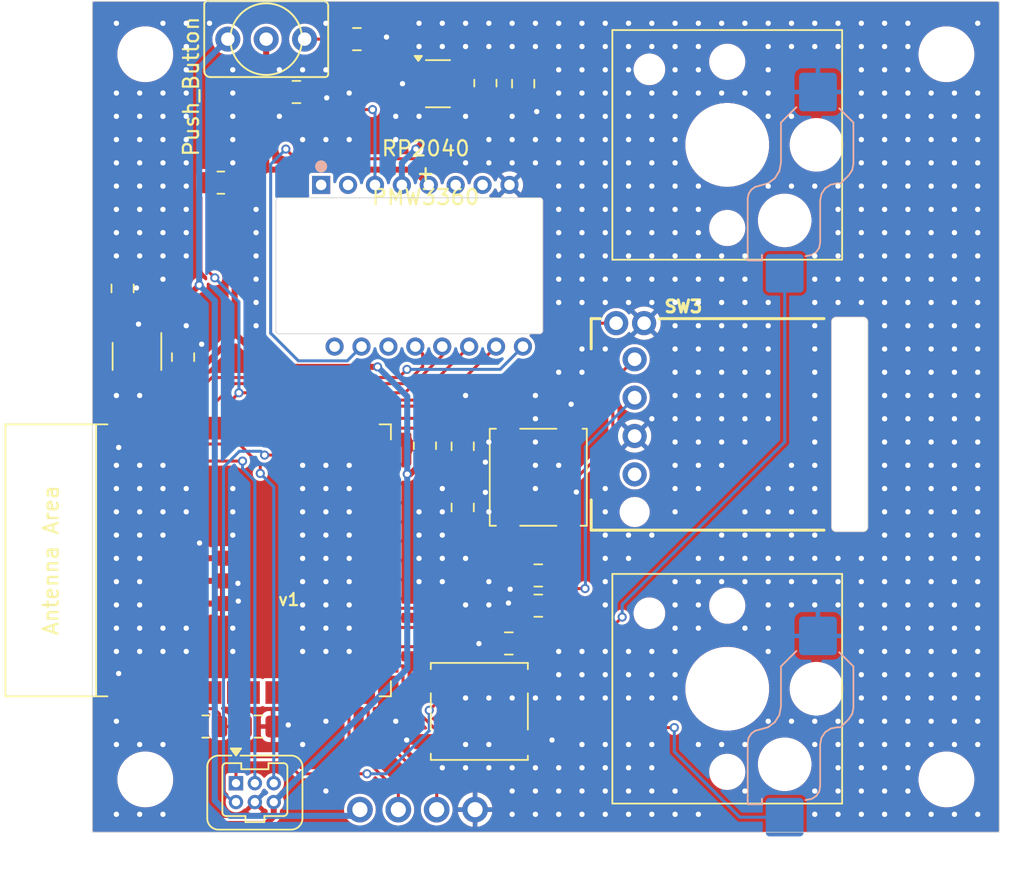
<source format=kicad_pcb>
(kicad_pcb (version 20240108) (generator "pcbnew") (generator_version "8.0")
  (layers (0 "F.Cu" signal) (31 "B.Cu" signal) (34 "B.Paste" user) (35 "F.Paste" user) (36 "B.SilkS" user "B.Silkscreen") (37 "F.SilkS" user "F.Silkscreen") (38 "B.Mask" user) (39 "F.Mask" user) (44 "Edge.Cuts" user))
  (net 0 "")
  (net 1 "GND")
  (net 2 "+5V")
  (net 3 "D-")
  (net 4 "D+")
  (net 5 "+3V3")
  (net 6 "+1V8")
  (net 7 "MISO")
  (net 8 "MOTION")
  (net 9 "SCLK")
  (net 10 "MOSI")
  (net 11 "NCS")
  (net 12 "Net-(SW102-B)")
  (net 13 "EN")
  (net 14 "GPIO0")
  (net 16 "GPIO17")
  (net 17 "GPIO18")
  (net 18 "TX")
  (net 19 "GPIO16")
  (net 20 "RX")
  (net 46 "Net-(U2-LED_P)")
  (net 47 "Net-(U2-VDDPIX)")
  (net 48 "GPIO46")
  (net 49 "GPIO3")
  (net 50 "GPIO10")
  (net 51 "GPIO09")
  (net 52 "GPIO38")
  (footprint "Connector_PinHeader_2.54mm:PinHeader_1x04_P2.54mm_Vertical" (layer "F.Cu") (at 109.7 74 90)
    (property "Reference" "J1" (hide yes))
    (property "Value" "Conn_01x04")
  )
  (footprint "MountingHole:MountingHole_3.2mm_M3" (layer "F.Cu") (at 148.5 72)
    (property "Reference" "H4" (hide yes))
    (property "Value" "MountingHole")
  )
  (footprint "Package_TO_SOT_SMD:SOT-23-5" (layer "F.Cu") (at 94.95 44 -90)
    (property "Reference" "U4" (hide yes))
    (property "Value" "TLV73333PDBV")
  )
  (footprint "MountingHole:MountingHole_3.2mm_M3" (layer "F.Cu") (at 148.5 24)
    (property "Reference" "H3" (hide yes))
    (property "Value" "MountingHole")
  )
  (footprint "MountingHole:MountingHole_3.2mm_M3" (layer "F.Cu") (at 95.5 72)
    (property "Reference" "H2" (hide yes))
    (property "Value" "MountingHole")
  )
  (footprint "MountingHole:MountingHole_3.2mm_M3" (layer "F.Cu") (at 95.5 24)
    (property "Reference" "H1" (hide yes))
    (property "Value" "MountingHole")
  )
  (footprint "PCM_Espressif:ESP32-S3-WROOM-2" (layer "F.Cu") (at 102 57.5 90)
    (property "Reference" "U7" (hide yes))
    (property "Value" "ESP32-S3-WROOM-2")
  )
  (footprint "Capacitor_SMD:C_0805_2012Metric" (layer "F.Cu") (at 105.5 26.5)
    (property "Reference" "C104" (hide yes))
    (property "Value" "4.7u")
  )
  (footprint "PCM_Switch_Keyboard_Hotswap_Kailh:SW_Hotswap_Kailh_Choc_V1V2_1.00u" (layer "F.Cu") (at 134 30 -90)
    (property "Reference" "SW1" (hide yes))
    (property "Value" "Push_Button")
  )
  (footprint "Button_Switch_SMD:SW_Push_1P1T_NO_CK_KSC7xxJ" (layer "F.Cu") (at 117.6 67.5)
    (property "Reference" "SW103" (hide yes))
    (property "Value" "Push_Button")
  )
  (footprint "Button_Switch_SMD:SW_Push_1P1T_NO_CK_KSC7xxJ" (layer "F.Cu") (at 121.5 52 90)
    (property "Reference" "SW106" (hide yes))
    (property "Value" "Push_Button")
  )
  (footprint "PMW3360:RollerEncoder_Panasonic_EVQWGD001" (layer "F.Cu") (at 133.5 48)
    (property "Reference" "SW3" (hide yes))
    (property "Value" "RotaryEncoder_Switch_MP")
    (fp_line (start 7.4 -6.3) (end 7.4 7.3) (stroke (width 0.05)) (layer "Edge.Cuts"))
    (fp_line (start 7.7 7.6) (end 9.5 7.6) (stroke (width 0.05)) (layer "Edge.Cuts"))
    (fp_line (start 9.5 -6.6) (end 7.7 -6.6) (stroke (width 0.05)) (layer "Edge.Cuts"))
    (fp_line (start 9.8 7.3) (end 9.8 -6.3) (stroke (width 0.05)) (layer "Edge.Cuts"))
    (fp_arc (start 7.4 -6.3) (mid 7.487868 -6.512132) (end 7.7 -6.6) (stroke (width 0.05)) (layer "Edge.Cuts"))
    (fp_arc (start 7.7 7.6) (mid 7.487868 7.512132) (end 7.4 7.3) (stroke (width 0.05)) (layer "Edge.Cuts"))
    (fp_arc (start 9.5 -6.6) (mid 9.712132 -6.512132) (end 9.8 -6.3) (stroke (width 0.05)) (layer "Edge.Cuts"))
    (fp_arc (start 9.8 7.3) (mid 9.712132 7.512132) (end 9.5 7.6) (stroke (width 0.05)) (layer "Edge.Cuts"))
  )
  (footprint "Capacitor_SMD:C_0805_2012Metric" (layer "F.Cu") (at 98 44.05 90)
    (property "Reference" "C105" (hide yes))
    (property "Value" "1u")
  )
  (footprint "Connector_Harwin:Harwin_Gecko-G125-FVX0605L0X_2x03_P1.25mm_Vertical" (layer "F.Cu") (at 101.5 72.25)
    (property "Reference" "J101" (hide yes))
    (property "Value" "Conn_02x03_Counter_Clockwise")
  )
  (footprint "Capacitor_SMD:C_0805_2012Metric" (layer "F.Cu") (at 119.55 63)
    (property "Reference" "C108" (hide yes))
    (property "Value" "0.1u")
  )
  (footprint "Resistor_SMD:R_0805_2012Metric" (layer "F.Cu") (at 100.5 32.5 180)
    (property "Reference" "R102" (hide yes))
    (property "Value" "10k")
  )
  (footprint "Resistor_SMD:R_0805_2012Metric" (layer "F.Cu") (at 99.5 68.5)
    (property "Reference" "R103" (hide yes))
    (property "Value" "10k")
  )
  (footprint "Capacitor_SMD:C_0805_2012Metric" (layer "F.Cu") (at 109.5 23 180)
    (property "Reference" "C106" (hide yes))
    (property "Value" "0.1u")
  )
  (footprint "Package_TO_SOT_SMD:SOT-23-5" (layer "F.Cu") (at 114.8625 25.95)
    (property "Reference" "U103" (hide yes))
    (property "Value" "TCR2EF19")
  )
  (footprint "Resistor_SMD:R_0805_2012Metric" (layer "F.Cu") (at 114 49.9125 90)
    (property "Reference" "R104" (hide yes))
    (property "Value" "10k")
  )
  (footprint "Capacitor_SMD:C_0805_2012Metric" (layer "F.Cu") (at 121.5 58.5 180)
    (property "Reference" "C101" (hide yes))
    (property "Value" "0.1u")
  )
  (footprint "Capacitor_SMD:C_0805_2012Metric" (layer "F.Cu") (at 120.5 25.95 -90)
    (property "Reference" "C107" (hide yes))
    (property "Value" "1u")
  )
  (footprint "Capacitor_SMD:C_0805_2012Metric" (layer "F.Cu") (at 94 39.5 90)
    (property "Reference" "C103" (hide yes))
    (property "Value" "1u")
  )
  (footprint "Capacitor_SMD:C_0805_2012Metric" (layer "F.Cu") (at 116.5 54 -90)
    (property "Reference" "C110" (hide yes))
    (property "Value" "0.1u")
  )
  (footprint "Capacitor_SMD:C_0805_2012Metric" (layer "F.Cu") (at 103 68.5)
    (property "Reference" "C109" (hide yes))
    (property "Value" "1u")
  )
  (footprint "Capacitor_SMD:C_0805_2012Metric" (layer "F.Cu") (at 121.5 60.5)
    (property "Reference" "C102" (hide yes))
    (property "Value" "0.1u")
  )
  (footprint "Resistor_SMD:R_0805_2012Metric" (layer "F.Cu") (at 118 25.9125 -90)
    (property "Reference" "R101" (hide yes))
    (property "Value" "39")
  )
  (footprint "Capacitor_SMD:C_0805_2012Metric" (layer "F.Cu") (at 116.5 49.95 -90)
    (property "Reference" "C111" (hide yes))
    (property "Value" "1u")
  )
  (footprint "PCM_Switch_Keyboard_Hotswap_Kailh:SW_Hotswap_Kailh_Choc_V1V2_1.00u" (layer "F.Cu") (at 134 66 -90)
    (property "Reference" "SW2" (hide yes))
    (property "Value" "Push_Button")
  )
  (footprint "PCM_4ms_Switch:Switch_Toggle_SPDT_SubMini" (layer "F.Cu") (at 103.5 23 -90)
    (property "Reference" "SW102" (hide yes))
    (property "Value" "Push_Button")
  )
  (footprint "PMW3360:PMW3360" (layer "B.Cu") (at 107.135 32.65 -90)
    (property "Reference" "U2" (hide yes))
    (property "Value" "PMW3360")
  )
  (gr_line (start 104.345 42.5) (end 121.595 42.5) (stroke (width 0.05)) (layer "Edge.Cuts"))
  (gr_arc (start 121.595 33.5) (mid 121.736421 33.558579) (end 121.795 33.7) (stroke (width 0.05)) (layer "Edge.Cuts"))
  (gr_rect (start 92 20.5) (end 152 75.5) (stroke (width 0.05)) (fill none) (layer "Edge.Cuts"))
  (gr_arc (start 104.145 33.7) (mid 104.203579 33.558579) (end 104.345 33.5) (stroke (width 0.05)) (layer "Edge.Cuts"))
  (gr_arc (start 104.345 42.5) (mid 104.203579 42.441421) (end 104.145 42.3) (stroke (width 0.05)) (layer "Edge.Cuts"))
  (gr_line (start 121.795 42.3) (end 121.795 33.7) (stroke (width 0.05)) (layer "Edge.Cuts"))
  (gr_line (start 104.145 33.7) (end 104.145 42.3) (stroke (width 0.05)) (layer "Edge.Cuts"))
  (gr_arc (start 121.795 42.3) (mid 121.736421 42.441421) (end 121.595 42.5) (stroke (width 0.05)) (layer "Edge.Cuts"))
  (gr_line (start 121.595 33.5) (end 104.345 33.5) (stroke (width 0.05)) (layer "Edge.Cuts"))
  (gr_text "RP2040\n+\nPMW3360" (at 114.05 31.85 0) (layer "F.SilkS") (effects (font (size 1 1))))
  (gr_text "v1" (at 105 60.1 0) (layer "F.SilkS") (effects (font (size 0.8 0.8))))
  (segment (start 95.0538 41.8645) (end 94.95 41.9683) (width 0.4) (layer "F.Cu") (net 1))
  (segment (start 97.59 60.36) (end 99.09 60.36) (width 0.4) (layer "F.Cu") (net 1))
  (segment (start 110.5871 22.8629) (end 110.45 23) (width 0.4) (layer "F.Cu") (net 1))
  (segment (start 94 38.55) (end 94.9169 39.4669) (width 0.4) (layer "F.Cu") (net 1))
  (segment (start 100.59 60.36) (end 101.4917 60.36) (width 0.4) (layer "F.Cu") (net 1))
  (segment (start 123.5 49.1) (end 123.5 47.2983) (width 0.4) (layer "F.Cu") (net 1))
  (segment (start 97.59 57.36) (end 99.09 57.36) (width 0.4) (layer "F.Cu") (net 1))
  (segment (start 118 51) (end 117.9 50.9) (width 0.4) (layer "F.Cu") (net 1))
  (segment (start 120.5 69.5) (end 122.3017 69.5) (width 0.4) (layer "F.Cu") (net 1))
  (segment (start 101.6298 59.0222) (end 101.4917 58.8841) (width 0.4) (layer "F.Cu") (net 1))
  (segment (start 120.5 26.9) (end 121.3958 27.7958) (width 0.4) (layer "F.Cu") (net 1))
  (segment (start 99.09 58.86) (end 100.59 58.86) (width 0.4) (layer "F.Cu") (net 1))
  (segment (start 99.09 60.36) (end 100.59 60.36) (width 0.4) (layer "F.Cu") (net 1))
  (segment (start 107.5052 26.8862) (end 107.5052 26.8052) (width 0.4) (layer "F.Cu") (net 1))
  (segment (start 93.74 66.25) (end 93.74 64.9906) (width 0.4) (layer "F.Cu") (net 1))
  (segment (start 116.55 53) (end 118 53) (width 0.4) (layer "F.Cu") (net 1))
  (segment (start 100.59 58.86) (end 101.4917 58.86) (width 0.4) (layer "F.Cu") (net 1))
  (segment (start 107.5052 26.8052) (end 107.2 26.5) (width 0.4) (layer "F.Cu") (net 1))
  (segment (start 122.407 69.3947) (end 122.3017 69.5) (width 0.4) (layer "F.Cu") (net 1))
  (segment (start 104.0553 68.3947) (end 103.95 68.5) (width 0.4) (layer "F.Cu") (net 1))
  (segment (start 113.725 25.95) (end 112.5166 25.95) (width 0.4) (layer "F.Cu") (net 1))
  (segment (start 93.74 50.0278) (end 93.74 48.75) (width 0.4) (layer "F.Cu") (net 1))
  (segment (start 116.5 53.05) (end 116.55 53) (width 0.4) (layer "F.Cu") (net 1))
  (segment (start 97.59 58.86) (end 99.09 58.86) (width 0.4) (layer "F.Cu") (net 1))
  (segment (start 101.6539 60.1978) (end 101.4917 60.36) (width 0.4) (layer "F.Cu") (net 1))
  (segment (start 117.9 50.9) (end 116.5 50.9) (width 0.4) (layer "F.Cu") (net 1))
  (segment (start 99.2301 43.1939) (end 98.0939 43.1939) (width 0.4) (layer "F.Cu") (net 1))
  (segment (start 119.5267 60.3261) (end 120.3761 60.3261) (width 0.4) (layer "F.Cu") (net 1))
  (segment (start 98.0939 43.1939) (end 98 43.1) (width 0.4) (layer "F.Cu") (net 1))
  (segment (start 99.09 57.36) (end 99.09 56.355) (width 0.4) (layer "F.Cu") (net 1))
  (segment (start 104.9603 68.3947) (end 104.0553 68.3947) (width 0.4) (layer "F.Cu") (net 1))
  (segment (start 124.0164 52.9817) (end 123.5 53.4981) (width 0.4) (layer "F.Cu") (net 1))
  (segment (start 118.5881 63.0119) (end 118.6 63) (width 0.4) (layer "F.Cu") (net 1))
  (segment (start 119.6394 59.4106) (end 120.55 58.5) (width 0.4) (layer "F.Cu") (net 1))
  (segment (start 123.5421 47.2983) (end 123.5 47.2983) (width 0.4) (layer "F.Cu") (net 1))
  (segment (start 120.3761 60.3261) (end 120.55 60.5) (width 0.4) (layer "F.Cu") (net 1))
  (segment (start 107.2 26.5) (end 106.45 26.5) (width 0.4) (layer "F.Cu") (net 1))
  (segment (start 114.7 69.5) (end 112.8983 69.5) (width 0.4) (layer "F.Cu") (net 1))
  (segment (start 123.5 53.4981) (end 123.5 54.9) (width 0.4) (layer "F.Cu") (net 1))
  (segment (start 112.793 69.3947) (end 112.8983 69.5) (width 0.4) (layer "F.Cu") (net 1))
  (segment (start 117.5726 63.0119) (end 118.5881 63.0119) (width 0.4) (layer "F.Cu") (net 1))
  (segment (start 99.09 57.36) (end 100.59 57.36) (width 0.4) (layer "F.Cu") (net 1))
  (segment (start 111.459 22.8629) (end 110.5871 22.8629) (width 0.4) (layer "F.Cu") (net 1))
  (segment (start 94.95 42.9) (end 94.95 41.9683) (width 0.4) (layer "F.Cu") (net 1))
  (segment (start 123.6732 47.1672) (end 123.5421 47.2983) (width 0.4) (layer "F.Cu") (net 1))
  (segment (start 101.4917 58.8841) (end 101.4917 58.86) (width 0.4) (layer "F.Cu") (net 1))
  (via (at 132.09 51.209604) (size 0.6) (drill 0.35) (layers "F.Cu" "B.Cu") (net 1))
  (via (at 124.39 37.349604) (size 0.6) (drill 0.35) (layers "F.Cu" "B.Cu") (net 1))
  (via (at 144.41 26.569604) (size 0.6) (drill 0.35) (layers "F.Cu" "B.Cu") (net 1))
  (via (at 150.57 21.949604) (size 0.6) (drill 0.35) (layers "F.Cu" "B.Cu") (net 1))
  (via (at 98.21 23.489604) (size 0.6) (drill 0.35) (layers "F.Cu" "B.Cu") (net 1))
  (via (at 145.95 32.729604) (size 0.6) (drill 0.35) (layers "F.Cu" "B.Cu") (net 1))
  (via (at 145.95 34.269604) (size 0.6) (drill 0.35) (layers "F.Cu" "B.Cu") (net 1))
  (via (at 130.55 37.349604) (size 0.6) (drill 0.35) (layers "F.Cu" "B.Cu") (net 1))
  (via (at 144.41 25.029604) (size 0.6) (drill 0.35) (layers "F.Cu" "B.Cu") (net 1))
  (via (at 144.41 40.429604) (size 0.6) (drill 0.35) (layers "F.Cu" "B.Cu") (net 1))
  (via (at 144.41 66.609604) (size 0.6) (drill 0.35) (layers "F.Cu" "B.Cu") (net 1))
  (via (at 93.59 46.589604) (size 0.6) (drill 0.35) (layers "F.Cu" "B.Cu") (net 1))
  (via (at 96.67 54.289604) (size 0.6) (drill 0.35) (layers "F.Cu" "B.Cu") (net 1))
  (via (at 149.03 69.689604) (size 0.6) (drill 0.35) (layers "F.Cu" "B.Cu") (net 1))
  (via (at 125.93 63.529604) (size 0.6) (drill 0.35) (layers "F.Cu" "B.Cu") (net 1))
  (via (at 121.31 72.769604) (size 0.6) (drill 0.35) (layers "F.Cu" "B.Cu") (net 1))
  (via (at 121.31 51.209604) (size 0.6) (drill 0.35) (layers "F.Cu" "B.Cu") (net 1))
  (via (at 138.25 68.149604) (size 0.6) (drill 0.35) (layers "F.Cu" "B.Cu") (net 1))
  (via (at 147.49 57.369604) (size 0.6) (drill 0.35) (layers "F.Cu" "B.Cu") (net 1))
  (via (at 102.83 37.349604) (size 0.6) (drill 0.35) (layers "F.Cu" "B.Cu") (net 1))
  (via (at 147.49 49.669604) (size 0.6) (drill 0.35) (layers "F.Cu" "B.Cu") (net 1))
  (via (at 147.49 29.649604) (size 0.6) (drill 0.35) (layers "F.Cu" "B.Cu") (net 1))
  (via (at 133.63 51.209604) (size 0.6) (drill 0.35) (layers "F.Cu" "B.Cu") (net 1))
  (via (at 95.13 32.729604) (size 0.6) (drill 0.35) (layers "F.Cu" "B.Cu") (net 1))
  (via (at 107.45 21.949604) (size 0.6) (drill 0.35) (layers "F.Cu" "B.Cu") (net 1))
  (via (at 118.23 71.229604) (size 0.6) (drill 0.35) (layers "F.Cu" "B.Cu") (net 1))
  (via (at 124.39 26.569604) (size 0.6) (drill 0.35) (layers "F.Cu" "B.Cu") (net 1))
  (via (at 101.6539 60.1978) (size 0.6) (drill 0.35) (layers "F.Cu" "B.Cu") (net 1))
  (via (at 130.55 43.509604) (size 0.6) (drill 0.35) (layers "F.Cu" "B.Cu") (net 1))
  (via (at 136.71 58.909604) (size 0.6) (drill 0.35) (layers "F.Cu" "B.Cu") (net 1))
  (via (at 147.49 55.829604) (size 0.6) (drill 0.35) (layers "F.Cu" "B.Cu") (net 1))
  (via (at 130.55 48.129604) (size 0.6) (drill 0.35) (layers "F.Cu" "B.Cu") (net 1))
  (via (at 125.93 23.489604) (size 0.6) (drill 0.35) (layers "F.Cu" "B.Cu") (net 1))
  (via (at 96.67 28.109604) (size 0.6) (drill 0.35) (layers "F.Cu" "B.Cu") (net 1))
  (via (at 118.23 60.449604) (size 0.6) (drill 0.35) (layers "F.Cu" "B.Cu") (net 1))
  (via (at 108.99 60.449604) (size 0.6) (drill 0.35) (layers "F.Cu" "B.Cu") (net 1))
  (via (at 147.49 35.809604) (size 0.6) (drill 0.35) (layers "F.Cu" "B.Cu") (net 1))
  (via (at 101.6298 59.0222) (size 0.6) (drill 0.35) (layers "F.Cu" "B.Cu") (net 1))
  (via (at 122.85 65.069604) (size 0.6) (drill 0.35) (layers "F.Cu" "B.Cu") (net 1))
  (via (at 93.59 26.569604) (size 0.6) (drill 0.35) (layers "F.Cu" "B.Cu") (net 1))
  (via (at 129.01 38.889604) (size 0.6) (drill 0.35) (layers "F.Cu" "B.Cu") (net 1))
  (via (at 127.47 66.609604) (size 0.6) (drill 0.35) (layers "F.Cu" "B.Cu") (net 1))
  (via (at 138.25 60.449604) (size 0.6) (drill 0.35) (layers "F.Cu" "B.Cu") (net 1))
  (via (at 145.95 61.989604) (size 0.6) (drill 0.35) (layers "F.Cu" "B.Cu") (net 1))
  (via (at 141.33 68.149604) (size 0.6) (drill 0.35) (layers "F.Cu" "B.Cu") (net 1))
  (via (at 125.93 31.189604) (size 0.6) (drill 0.35) (layers "F.Cu" "B.Cu") (net 1))
  (via (at 121.31 52.749604) (size 0.6) (drill 0.35) (layers "F.Cu" "B.Cu") (net 1))
  (via (at 119.77 71.229604) (size 0.6) (drill 0.35) (layers "F.Cu" "B.Cu") (net 1))
  (via (at 93.59 57.369604) (size 0.6) (drill 0.35) (layers "F.Cu" "B.Cu") (net 1))
  (via (at 105.91 52.749604) (size 0.6) (drill 0.35) (layers "F.Cu" "B.Cu") (net 1))
  (via (at 145.95 45.049604) (size 0.6) (drill 0.35) (layers "F.Cu" "B.Cu") (net 1))
  (via (at 96.67 74.309604) (size 0.6) (drill 0.35) (layers "F.Cu" "B.Cu") (net 1))
  (via (at 149.03 34.269604) (size 0.6) (drill 0.35) (layers "F.Cu" "B.Cu") (net 1))
  (via (at 116.69 71.229604) (size 0.6) (drill 0.35) (layers "F.Cu" "B.Cu") (net 1))
  (via (at 139.79 40.429604) (size 0.6) (drill 0.35) (layers "F.Cu" "B.Cu") (net 1))
  (via (at 144.41 54.289604) (size 0.6) (drill 0.35) (layers "F.Cu" "B.Cu") (net 1))
  (via (at 101.29 63.529604) (size 0.6) (drill 0.35) (layers "F.Cu" "B.Cu") (net 1))
  (via (at 139.79 21.949604) (size 0.6) (drill 0.35) (layers "F.Cu" "B.Cu") (net 1))
  (via (at 142.87 40.429604) (size 0.6) (drill 0.35) (layers "F.Cu" "B.Cu") (net 1))
  (via (at 93.59 63.529604) (size 0.6) (drill 0.35) (layers "F.Cu" "B.Cu") (net 1))
  (via (at 98.21 52.749604) (size 0.6) (drill 0.35) (layers "F.Cu" "B.Cu") (net 1))
  (via (at 133.63 48.129604) (size 0.6) (drill 0.35) (layers "F.Cu" "B.Cu") (net 1))
  (via (at 105.91 51.209604) (size 0.6) (drill 0.35) (layers "F.Cu" "B.Cu") (net 1))
  (via (at 122.85 25.029604) (size 0.6) (drill 0.35) (layers "F.Cu" "B.Cu") (net 1))
  (via (at 125.93 55.829604) (size 0.6) (drill 0.35) (layers "F.Cu" "B.Cu") (net 1))
  (via (at 132.09 60.449604) (size 0.6) (drill 0.35) (layers "F.Cu" "B.Cu") (net 1))
  (via (at 95.0538 41.8645) (size 0.6) (drill 0.35) (layers "F.Cu" "B.Cu") (net 1))
  (via (at 142.87 57.369604) (size 0.6) (drill 0.35) (layers "F.Cu" "B.Cu") (net 1))
  (via (at 150.57 66.609604) (size 0.6) (drill 0.35) (layers "F.Cu" "B.Cu") (net 1))
  (via (at 135.17 26.569604) (size 0.6) (drill 0.35) (layers "F.Cu" "B.Cu") (net 1))
  (via (at 147.49 63.529604) (size 0.6) (drill 0.35) (layers "F.Cu" "B.Cu") (net 1))
  (via (at 136.71 23.489604) (size 0.6) (drill 0.35) (layers "F.Cu" "B.Cu") (net 1))
  (via (at 113.61 21.949604) (size 0.6) (drill 0.35) (layers "F.Cu" "B.Cu") (net 1))
  (via (at 139.79 54.289604) (size 0.6) (drill 0.35) (layers "F.Cu" "B.Cu") (net 1))
  (via (at 101.29 54.289604) (size 0.6) (drill 0.35) (layers "F.Cu" "B.Cu") (net 1))
  (via (at 147.49 66.609604) (size 0.6) (drill 0.35) (layers "F.Cu" "B.Cu") (net 1))
  (via (at 145.95 37.349604) (size 0.6) (drill 0.35) (layers "F.Cu" "B.Cu") (net 1))
  (via (at 145.95 69.689604) (size 0.6) (drill 0.35) (layers "F.Cu" "B.Cu") (net 1))
  (via (at 121.31 23.489604) (size 0.6) (drill 0.35) (layers "F.Cu" "B.Cu") (net 1))
  (via (at 127.47 31.189604) (size 0.6) (drill 0.35) (layers "F.Cu" "B.Cu") (net 1))
  (via (at 96.67 69.689604) (size 0.6) (drill 0.35) (layers "F.Cu" "B.Cu") (net 1))
  (via (at 132.09 34.269604) (size 0.6) (drill 0.35) (layers "F.Cu" "B.Cu") (net 1))
  (via (at 122.85 74.309604) (size 0.6) (drill 0.35) (layers "F.Cu" "B.Cu") (net 1))
  (via (at 101.29 26.569604) (size 0.6) (drill 0.35) (layers "F.Cu" "B.Cu") (net 1))
  (via (at 136.71 43.509604) (size 0.6) (drill 0.35) (layers "F.Cu" "B.Cu") (net 1))
  (via (at 132.09 46.589604) (size 0.6) (drill 0.35) (layers "F.Cu" "B.Cu") (net 1))
  (via (at 149.03 38.889604) (size 0.6) (drill 0.35) (layers "F.Cu" "B.Cu") (net 1))
  (via (at 142.87 25.029604) (size 0.6) (drill 0.35) (layers "F.Cu" "B.Cu") (net 1))
  (via (at 145.95 48.129604) (size 0.6) (drill 0.35) (layers "F.Cu" "B.Cu") (net 1))
  (via (at 124.39 72.769604) (size 0.6) (drill 0.35) (layers "F.Cu" "B.Cu") (net 1))
  (via (at 149.03 32.729604) (size 0.6) (drill 0.35) (layers "F.Cu" "B.Cu") (net 1))
  (via (at 141.33 34.269604) (size 0.6) (drill 0.35) (layers "F.Cu" "B.Cu") (net 1))
  (via (at 150.57 63.529604) (size 0.6) (drill 0.35) (layers "F.Cu" "B.Cu") (net 1))
  (via (at 150.57 29.649604) (size 0.6) (drill 0.35) (layers "F.Cu" "B.Cu") (net 1))
  (via (at 142.87 23.489604) (size 0.6) (drill 0.35) (layers "F.Cu" "B.Cu") (net 1))
  (via (at 124.39 29.649604) (size 0.6) (drill 0.35) (layers "F.Cu" "B.Cu") (net 1))
  (via (at 145.95 25.029604) (size 0.6) (drill 0.35) (layers "F.Cu" "B.Cu") (net 1))
  (via (at 144.41 72.769604) (size 0.6) (drill 0.35) (layers "F.Cu" "B.Cu") (net 1))
  (via (at 150.57 51.209604) (size 0.6) (drill 0.35) (layers "F.Cu" "B.Cu") (net 1))
  (via (at 141.33 74.309604) (size 0.6) (drill 0.35) (layers "F.Cu" "B.Cu") (net 1))
  (via (at 149.03 43.509604) (size 0.6) (drill 0.35) (layers "F.Cu" "B.Cu") (net 1))
  (via (at 144.41 43.509604) (size 0.6) (drill 0.35) (layers "F.Cu" "B.Cu") (net 1))
  (via (at 124.39 38.889604) (size 0.6) (drill 0.35) (layers "F.Cu" "B.Cu") (net 1))
  (via (at 132.09 52.749604) (size 0.6) (drill 0.35) (layers "F.Cu" "B.Cu") (net 1))
  (via (at 129.01 65.069604) (size 0.6) (drill 0.35) (layers "F.Cu" "B.Cu") (net 1))
  (via (at 127.47 63.529604) (size 0.6) (drill 0.35) (layers "F.Cu" "B.Cu") (net 1))
  (via (at 135.17 72.769604) (size 0.6) (drill 0.35) (layers "F.Cu" "B.Cu") (net 1))
  (via (at 135.17 46.589604) (size 0.6) (drill 0.35) (layers "F.Cu" "B.Cu") (net 1))
  (via (at 141.33 32.729604) (size 0.6) (drill 0.35) (layers "F.Cu" "B.Cu") (net 1))
  (via (at 138.25 32.729604) (size 0.6) (drill 0.35) (layers "F.Cu" "B.Cu") (net 1))
  (via (at 93.59 37.349604) (size 0.6) (drill 0.35) (layers "F.Cu" "B.Cu") (net 1))
  (via (at 104.9603 68.3947) (size 0.6) (drill 0.35) (layers "F.Cu" "B.Cu") (net 1))
  (via (at 144.41 32.729604) (size 0.6) (drill 0.35) (layers "F.Cu" "B.Cu") (net 1))
  (via (at 139.79 32.729604) (size 0.6) (drill 0.35) (layers "F.Cu" "B.Cu") (net 1))
  (via (at 127.47 38.889604) (size 0.6) (drill 0.35) (layers "F.Cu" "B.Cu") (net 1))
  (via (at 125.93 72.769604) (size 0.6) (drill 0.35) (layers "F.Cu" "B.Cu") (net 1))
  (via (at 150.57 43.509604) (size 0.6) (drill 0.35) (layers "F.Cu" "B.Cu") (net 1))
  (via (at 139.79 74.309604) (size 0.6) (drill 0.35) (layers "F.Cu" "B.Cu") (net 1))
  (via (at 142.87 69.689604) (size 0.6) (drill 0.35) (layers "F.Cu" "B.Cu") (net 1))
  (via (at 95.13 60.449604) (size 0.6) (drill 0.35) (layers "F.Cu" "B.Cu") (net 1))
  (via (at 95.13 74.309604) (size 0.6) (drill 0.35) (layers "F.Cu" "B.Cu") (net 1))
  (via (at 142.87 66.609604) (size 0.6) (drill 0.35) (layers "F.Cu" "B.Cu") (net 1))
  (via (at 119.5267 60.3261) (size 0.6) (drill 0.35) (layers "F.Cu" "B.Cu") (net 1))
  (via (at 93.59 74.309604) (size 0.6) (drill 0.35) (layers "F.Cu" "B.Cu") (net 1))
  (via (at 149.03 41.969604) (size 0.6) (drill 0.35) (layers "F.Cu" "B.Cu") (net 1))
  (via (at 142.87 29.649604) (size 0.6) (drill 0.35) (layers "F.Cu" "B.Cu") (net 1))
  (via (at 147.49 69.689604) (size 0.6) (drill 0.35) (layers "F.Cu" "B.Cu") (net 1))
  (via (at 147.49 65.069604) (size 0.6) (drill 0.35) (layers "F.Cu" "B.Cu") (net 1))
  (via (at 138.25 21.949604) (size 0.6) (drill 0.35) (layers "F.Cu" "B.Cu") (net 1))
  (via (at 135.17 38.889604) (size 0.6) (drill 0.35) (layers "F.Cu" "B.Cu") (net 1))
  (via (at 141.33 57.369604) (size 0.6) (drill 0.35) (layers "F.Cu" "B.Cu") (net 1))
  (via (at 93.59 68.149604) (size 0.6) (drill 0.35) (layers "F.Cu" "B.Cu") (net 1))
  (via (at 132.09 21.949604) (size 0.6) (drill 0.35) (layers "F.Cu" "B.Cu") (net 1))
  (via (at 144.41 35.809604) (size 0.6) (drill 0.35) (layers "F.Cu" "B.Cu") (net 1))
  (via (at 125.93 32.729604) (size 0.6) (drill 0.35) (layers "F.Cu" "B.Cu") (net 1))
  (via (at 144.41 29.649604) (size 0.6) (drill 0.35) (layers "F.Cu" "B.Cu") (net 1))
  (via (at 108.99 61.989604) (size 0.6) (drill 0.35) (layers "F.Cu" "B.Cu") (net 1))
  (via (at 135.17 54.289604) (size 0.6) (drill 0.35) (layers "F.Cu" "B.Cu") (net 1))
  (via (at 144.41 46.589604) (size 0.6) (drill 0.35) (layers "F.Cu" "B.Cu") (net 1))
  (via (at 129.01 21.949604) (size 0.6) (drill 0.35) (layers "F.Cu" "B.Cu") (net 1))
  (via (at 129.01 63.529604) (size 0.6) (drill 0.35) (layers "F.Cu" "B.Cu") (net 1))
  (via (at 135.17 49.669604) (size 0.6) (drill 0.35) (layers "F.Cu" "B.Cu") (net 1))
  (via (at 133.63 43.509604) (size 0.6) (drill 0.35) (layers "F.Cu" "B.Cu") (net 1))
  (via (at 130.55 54.289604) (size 0.6) (drill 0.35) (layers "F.Cu" "B.Cu") (net 1))
  (via (at 127.47 25.029604) (size 0.6) (drill 0.35) (layers "F.Cu" "B.Cu") (net 1))
  (via (at 136.71 48.129604) (size 0.6) (drill 0.35) (layers "F.Cu" "B.Cu") (net 1))
  (via (at 125.93 40.429604) (size 0.6) (drill 0.35) (layers "F.Cu" "B.Cu") (net 1))
  (via (at 136.71 52.749604) (size 0.6) (drill 0.35) (layers "F.Cu" "B.Cu") (net 1))
  (via (at 119.77 29.649604) (size 0.6) (drill 0.35) (layers "F.Cu" "B.Cu") (net 1))
  (via (at 136.71 57.369604) (size 0.6) (drill 0.35) (layers "F.Cu" "B.Cu") (net 1))
  (via (at 125.93 35.809604) (size 0.6) (drill 0.35) (layers "F.Cu" "B.Cu") (net 1))
  (via (at 116.69 66.609604) (size 0.6) (drill 0.35) (layers "F.Cu" "B.Cu") (net 1))
  (via (at 107.45 25.029604) (size 0.6) (drill 0.35) (layers "F.Cu" "B.Cu") (net 1))
  (via (at 118.23 58.909604) (size 0.6) (drill 0.35) (layers "F.Cu" "B.Cu") (net 1))
  (via (at 133.63 37.349604) (size 0.6) (drill 0.35) (layers "F.Cu" "B.Cu") (net 1))
  (via (at 105.91 63.529604) (size 0.6) (drill 0.35) (layers "F.Cu" "B.Cu") (net 1))
  (via (at 150.57 31.189604) (size 0.6) (drill 0.35) (layers "F.Cu" "B.Cu") (net 1))
  (via (at 132.09 43.509604) (size 0.6) (drill 0.35) (layers "F.Cu" "B.Cu") (net 1))
  (via (at 132.09 69.689604) (size 0.6) (drill 0.35) (layers "F.Cu" "B.Cu") (net 1))
  (via (at 150.57 49.669604) (size 0.6) (drill 0.35) (layers "F.Cu" "B.Cu") (net 1))
  (via (at 113.61 54.289604) (size 0.6) (drill 0.35) (layers "F.Cu" "B.Cu") (net 1))
  (via (at 142.87 34.269604) (size 0.6) (drill 0.35) (layers "F.Cu" "B.Cu") (net 1))
  (via (at 149.03 28.109604) (size 0.6) (drill 0.35) (layers "F.Cu" "B.Cu") (net 1))
  (via (at 121.31 48.129604) (size 0.6) (drill 0.35) (layers "F.Cu" "B.Cu") (net 1))
  (via (at 149.03 61.989604) (size 0.6) (drill 0.35) (layers "F.Cu" "B.Cu") (net 1))
  (via (at 130.55 46.589604) (size 0.6) (drill 0.35) (layers "F.Cu" "B.Cu") (net 1))
  (via (at 130.55 38.889604) (size 0.6) (drill 0.35) (layers "F.Cu" "B.Cu") (net 1))
  (via (at 150.57 55.829604) (size 0.6) (drill 0.35) (layers "F.Cu" "B.Cu") (net 1))
  (via (at 112.793 69.3947) (size 0.6) (drill 0.35) (layers "F.Cu" "B.Cu") (net 1))
  (via (at 144.41 45.049604) (size 0.6) (drill 0.35) (layers "F.Cu" "B.Cu") (net 1))
  (via (at 144.41 23.489604) (size 0.6) (drill 0.35) (layers "F.Cu" "B.Cu") (net 1))
  (via (at 122.85 40.429604) (size 0.6) (drill 0.35) (layers "F.Cu" "B.Cu") (net 1))
  (via (at 130.55 74.309604) (size 0.6) (drill 0.35) (layers "F.Cu" "B.Cu") (net 1))
  (via (at 149.03 60.449604) (size 0.6) (drill 0.35) (layers "F.Cu" "B.Cu") (net 1))
  (via (at 150.57 45.049604) (size 0.6) (drill 0.35) (layers "F.Cu" "B.Cu") (net 1))
  (via (at 127.47 65.069604) (size 0.6) (drill 0.35) (layers "F.Cu" "B.Cu") (net 1))
  (via (at 144.41 41.969604) (size 0.6) (drill 0.35) (layers "F.Cu" "B.Cu") (net 1))
  (via (at 94.9169 39.4669) (size 0.6) (drill 0.35) (layers "F.Cu" "B.Cu") (net 1))
  (via (at 125.93 21.949604) (size 0.6) (drill 0.35) (layers "F.Cu" "B.Cu") (net 1))
  (via (at 96.67 31.189604) (size 0.6) (drill 0.35) (layers "F.Cu" "B.Cu") (net 1))
  (via (at 129.01 66.609604) (size 0.6) (drill 0.35) (layers "F.Cu" "B.Cu") (net 1))
  (via (at 95.13 29.649604) (size 0.6) (drill 0.35) (layers "F.Cu" "B.Cu") (net 1))
  (via (at 95.13 28.109604) (size 0.6) (drill 0.35) (layers "F.Cu" "B.Cu") (net 1))
  (via (at 125.93 60.449604) (size 0.6) (drill 0.35) (layers "F.Cu" "B.Cu") (net 1))
  (via (at 149.03 49.669604) (size 0.6) (drill 0.35) (layers "F.Cu" "B.Cu") (net 1))
  (via (at 145.95 55.829604) (size 0.6) (drill 0.35) (layers "F.Cu" "B.Cu") (net 1))
  (via (at 127.47 40.429604) (size 0.6) (drill 0.35) (layers "F.Cu" "B.Cu") (net 1))
  (via (at 136.71 26.569604) (size 0.6) (drill 0.35) (layers "F.Cu" "B.Cu") (net 1))
  (via (at 142.87 58.909604) (size 0.6) (drill 0.35) (layers "F.Cu" "B.Cu") (net 1))
  (via (at 144.41 34.269604) (size 0.6) (drill 0.35) (layers "F.Cu" "B.Cu") (net 1))
  (via (at 130.55 29.649604) (size 0.6) (drill 0.35) (layers "F.Cu" "B.Cu") (net 1))
  (via (at 124.39 25.029604) (size 0.6) (drill 0.35) (layers "F.Cu" "B.Cu") (net 1))
  (via (at 144.41 48.129604) (size 0.6) (drill 0.35) (layers "F.Cu" "B.Cu") (net 1))
  (via (at 145.95 63.529604) (size 0.6) (drill 0.35) (layers "F.Cu" "B.Cu") (net 1))
  (via (at 130.55 60.449604) (size 0.6) (drill 0.35) (layers "F.Cu" "B.Cu") (net 1))
  (via (at 101.29 28.109604) (size 0.6) (drill 0.35) (layers "F.Cu" "B.Cu") (net 1))
  (via (at 145.95 26.569604) (size 0.6) (drill 0.35) (layers "F.Cu" "B.Cu") (net 1))
  (via (at 98.21 63.529604) (size 0.6) (drill 0.35) (layers "F.Cu" "B.Cu") (net 1))
  (via (at 124.39 35.809604) (size 0.6) (drill 0.35) (layers "F.Cu" "B.Cu") (net 1))
  (via (at 147.49 28.109604) (size 0.6) (drill 0.35) (layers "F.Cu" "B.Cu") (net 1))
  (via (at 95.13 26.569604) (size 0.6) (drill 0.35) (layers "F.Cu" "B.Cu") (net 1))
  (via (at 142.87 26.569604) (size 0.6) (drill 0.35) (layers "F.Cu" "B.Cu") (net 1))
  (via (at 139.79 43.509604) (size 0.6) (drill 0.35) (layers "F.Cu" "B.Cu") (net 1))
  (via (at 119.77 21.949604) (size 0.6) (drill 0.35) (layers "F.Cu" "B.Cu") (net 1))
  (via (at 121.31 31.189604) (size 0.6) (drill 0.35) (layers "F.Cu" "B.Cu") (net 1))
  (via (at 125.93 25.029604) (size 0.6) (drill 0.35) (layers "F.Cu" "B.Cu") (net 1))
  (via (at 93.59 58.909604) (size 0.6) (drill 0.35) (layers "F.Cu" "B.Cu") (net 1))
  (via (at 108.99 51.209604) (size 0.6) (drill 0.35) (layers "F.Cu" "B.Cu") (net 1))
  (via (at 124.39 45.049604) (size 0.6) (drill 0.35) (layers "F.Cu" "B.Cu") (net 1))
  (via (at 115.15 21.949604) (size 0.6) (drill 0.35) (layers "F.Cu" "B.Cu") (net 1))
  (via (at 129.01 29.649604) (size 0.6) (drill 0.35) (layers "F.Cu" "B.Cu") (net 1))
  (via (at 132.09 37.349604) (size 0.6) (drill 0.35) (layers "F.Cu" "B.Cu") (net 1))
  (via (at 127.47 35.809604) (size 0.6) (drill 0.35) (layers "F.Cu" "B.Cu") (net 1))
  (via (at 121.31 46.589604) (size 0.6) (drill 0.35) (layers "F.Cu" "B.Cu") (net 1))
  (via (at 112.07 29.649604) (size 0.6) (drill 0.35) (layers "F.Cu" "B.Cu") (net 1))
  (via (at 107.45 51.209604) (size 0.6) (drill 0.35) (layers "F.Cu" "B.Cu") (net 1))
  (via (at 144.41 28.109604) (size 0.6) (drill 0.35) (layers "F.Cu" "B.Cu") (net 1))
  (via (at 93.59 61.989604) (size 0.6) (drill 0.35) (layers "F.Cu" "B.Cu") (net 1))
  (via (at 149.03 46.589604) (size 0.6) (drill 0.35) (layers "F.Cu" "B.Cu") (net 1))
  (via (at 95.13 51.209604) (size 0.6) (drill 0.35) (layers "F.Cu" "B.Cu") (net 1))
  (via (at 150.57 58.909604) (size 0.6) (drill 0.35) (layers "F.Cu" "B.Cu") (net 1))
  (via (at 147.49 43.509604) (size 0.6) (drill 0.35) (layers "F.Cu" "B.Cu") (net 1))
  (via (at 149.03 57.369604) (size 0.6) (drill 0.35) (layers "F.Cu" "B.Cu") (net 1))
  (via (at 129.01 23.489604) (size 0.6) (drill 0.35) (layers "F.Cu" "B.Cu") (net 1))
  (via (at 144.41 57.369604) (size 0.6) (drill 0.35) (layers "F.Cu" "B.Cu") (net 1))
  (via (at 150.57 28.109604) (size 0.6) (drill 0.35) (layers "F.Cu" "B.Cu") (net 1))
  (via (at 95.13 34.269604) (size 0.6) (drill 0.35) (layers "F.Cu" "B.Cu") (net 1))
  (via (at 93.59 28.109604) (size 0.6) (drill 0.35) (layers "F.Cu" "B.Cu") (net 1))
  (via (at 129.01 37.349604) (size 0.6) (drill 0.35) (layers "F.Cu" "B.Cu") (net 1))
  (via (at 150.57 37.349604) (size 0.6) (drill 0.35) (layers "F.Cu" "B.Cu") (net 1))
  (via (at 125.93 26.569604) (size 0.6) (drill 0.35) (layers "F.Cu" "B.Cu") (net 1))
  (via (at 142.87 72.769604) (size 0.6) (drill 0.35) (layers "F.Cu" "B.Cu") (net 1))
  (via (at 149.03 31.189604) (size 0.6) (drill 0.35) (layers "F.Cu" "B.Cu") (net 1))
  (via (at 95.13 46.589604) (size 0.6) (drill 0.35) (layers "F.Cu" "B.Cu") (net 1))
  (via (at 150.57 26.569604) (size 0.6) (drill 0.35) (layers "F.Cu" "B.Cu") (net 1))
  (via (at 132.09 45.049604) (size 0.6) (drill 0.35) (layers "F.Cu" "B.Cu") (net 1))
  (via (at 132.09 74.309604) (size 0.6) (drill 0.35) (layers "F.Cu" "B.Cu") (net 1))
  (via (at 136.71 54.289604) (size 0.6) (drill 0.35) (layers "F.Cu" "B.Cu") (net 1))
  (via (at 144.41 60.449604) (size 0.6) (drill 0.35) (layers "F.Cu" "B.Cu") (net 1))
  (via (at 95.13 37.349604) (size 0.6) (drill 0.35) (layers "F.Cu" "B.Cu") (net 1))
  (via (at 149.03 54.289604) (size 0.6) (drill 0.35) (layers "F.Cu" "B.Cu") (net 1))
  (via (at 116.69 21.949604) (size 0.6) (drill 0.35) (layers "F.Cu" "B.Cu") (net 1))
  (via (at 133.63 40.429604) (size 0.6) (drill 0.35) (layers "F.Cu" "B.Cu") (net 1))
  (via (at 102.83 40.429604) (size 0.6) (drill 0.35) (layers "F.Cu" "B.Cu") (net 1))
  (via (at 130.55 72.769604) (size 0.6) (drill 0.35) (layers "F.Cu" "B.Cu") (net 1))
  (via (at 129.01 35.809604) (size 0.6) (drill 0.35) (layers "F.Cu" "B.Cu") (net 1))
  (via (at 147.49 74.309604) (size 0.6) (drill 0.35) (layers "F.Cu" "B.Cu") (net 1))
  (via (at 113.61 58.909604) (size 0.6) (drill 0.35) (layers "F.Cu" "B.Cu") (net 1))
  (via (at 130.55 25.029604) (size 0.6) (drill 0.35) (layers "F.Cu" "B.Cu") (net 1))
  (via (at 149.03 48.129604) (size 0.6) (drill 0.35) (layers "F.Cu" "B.Cu") (net 1))
  (via (at 130.55 31.189604) (size 0.6) (drill 0.35) (layers "F.Cu" "B.Cu") (net 1))
  (via (at 147.49 68.149604) (size 0.6) (drill 0.35) (layers "F.Cu" "B.Cu") (net 1))
  (via (at 150.57 48.129604) (size 0.6) (drill 0.35) (layers "F.Cu" "B.Cu") (net 1))
  (via (at 149.03 45.049604) (size 0.6) (drill 0.35) (layers "F.Cu" "B.Cu") (net 1))
  (via (at 112.07 28.109604) (size 0.6) (drill 0.35) (layers "F.Cu" "B.Cu") (net 1))
  (via (at 139.79 69.689604) (size 0.6) (drill 0.35) (layers "F.Cu" "B.Cu") (net 1))
  (via (at 132.09 57.369604) (size 0.6) (drill 0.35) (layers "F.Cu" "B.Cu") (net 1))
  (via (at 107.5052 26.8862) (size 0.6) (drill 0.35) (layers "F.Cu" "B.Cu") (net 1))
  (via (at 96.67 55.829604) (size 0.6) (drill 0.35) (layers "F.Cu" "B.Cu") (net 1))
  (via (at 145.95 72.769604) (size 0.6) (drill 0.35) (layers "F.Cu" "B.Cu") (net 1))
  (via (at 142.87 37.349604) (size 0.6) (drill 0.35) (layers "F.Cu" "B.Cu") (net 1))
  (via (at 122.85 71.229604) (size 0.6) (drill 0.35) (layers "F.Cu" "B.Cu") (net 1))
  (via (at 144.41 74.309604) (size 0.6) (drill 0.35) (layers "F.Cu" "B.Cu") (net 1))
  (via (at 127.47 29.649604) (size 0.6) (drill 0.35) (layers "F.Cu" "B.Cu") (net 1))
  (via (at 142.87 32.729604) (size 0.6) (drill 0.35) (layers "F.Cu" "B.Cu") (net 1))
  (via (at 150.57 41.969604) (size 0.6) (drill 0.35) (layers "F.Cu" "B.Cu") (net 1))
  (via (at 142.87 35.809604) (size 0.6) (drill 0.35) (layers "F.Cu" "B.Cu") (net 1))
  (via (at 107.45 29.649604) (size 0.6) (drill 0.35) (layers "F.Cu" "B.Cu") (net 1))
  (via (at 138.25 55.829604) (size 0.6) (drill 0.35) (layers "F.Cu" "B.Cu") (net 1))
  (via (at 127.47 32.729604) (size 0.6) (drill 0.35) (layers "F.Cu" "B.Cu") (net 1))
  (via (at 142.87 63.529604) (size 0.6) (drill 0.35) (layers "F.Cu" "B.Cu") (net 1))
  (via (at 98.21 35.809604) (size 0.6) (drill 0.35) (layers "F.Cu" "B.Cu") (net 1))
  (via (at 116.69 46.589604) (size 0.6) (drill 0.35) (layers "F.Cu" "B.Cu") (net 1))
  (via (at 93.59 55.829604) (size 0.6) (drill 0.35) (layers "F.Cu" "B.Cu") (net 1))
  (via (at 135.17 45.049604) (size 0.6) (drill 0.35) (layers "F.Cu" "B.Cu") (net 1))
  (via (at 93.59 21.949604) (size 0.6) (drill 0.35) (layers "F.Cu" "B.Cu") (net 1))
  (via (at 99.2301 43.1939) (size 0.6) (drill 0.35) (layers "F.Cu" "B.Cu") (net 1))
  (via (at 150.57 54.289604) (size 0.6) (drill 0.35) (layers "F.Cu" "B.Cu") (net 1))
  (via (at 119.6394 59.4106) (size 0.6) (drill 0.35) (layers "F.Cu" "B.Cu") (net 1))
  (via (at 105.91 25.029604) (size 0.6) (drill 0.35) (layers "F.Cu" "B.Cu") (net 1))
  (via (at 129.01 48.129604) (size 0.6) (drill 0.35) (layers "F.Cu" "B.Cu") (net 1))
  (via (at 141.33 38.889604) (size 0.6) (drill 0.35) (layers "F.Cu" "B.Cu") (net 1))
  (via (at 141.33 40.429604) (size 0.6) (drill 0.35) (layers "F.Cu" "B.Cu") (net 1))
  (via (at 142.87 28.109604) (size 0.6) (drill 0.35) (layers "F.Cu" "B.Cu") (net 1))
  (via (at 141.33 71.229604) (size 0.6) (drill 0.35) (layers "F.Cu" "B.Cu") (net 1))
  (via (at 132.09 41.969604) (size 0.6) (drill 0.35) (layers "F.Cu" "B.Cu") (net 1))
  (via (at 149.03 40.429604) (size 0.6) (drill 0.35) (layers "F.Cu" "B.Cu") (net 1))
  (via (at 118.23 54.289604) (size 0.6) (drill 0.35) (layers "F.Cu" "B.Cu") (net 1))
  (via (at 139.79 51.209604) (size 0.6) (drill 0.35) (layers "F.Cu" "B.Cu") (net 1))
  (via (at 95.13 31.189604) (size 0.6) (drill 0.35) (layers "F.Cu" "B.Cu") (net 1))
  (via (at 93.59 54.289604) (size 0.6) (drill 0.35) (layers "F.Cu" "B.Cu") (net 1))
  (via (at 133.63 41.969604) (size 0.6) (drill 0.35) (layers "F.Cu" "B.Cu") (net 1))
  (via (at 145.95 51.209604) (size 0.6) (drill 0.35) (layers "F.Cu" "B.Cu") (net 1))
  (via (at 105.91 55.829604) (size 0.6) (drill 0.35) (layers "F.Cu" "B.Cu") (net 1))
  (via (at 150.57 35.809604) (size 0.6) (drill 0.35) (layers "F.Cu" "B.Cu") (net 1))
  (via (at 147.49 61.989604) (size 0.6) (drill 0.35) (layers "F.Cu" "B.Cu") (net 1))
  (via (at 108.99 55.829604) (size 0.6) (drill 0.35) (layers "F.Cu" "B.Cu") (net 1))
  (via (at 127.47 71.229604) (size 0.6) (drill 0.35) (layers "F.Cu" "B.Cu") (net 1))
  (via (at 99.09 56.355) (size 0.6) (drill 0.35) (layers "F.Cu" "B.Cu") (net 1))
  (via (at 98.21 37.349604) (size 0.6) (drill 0.35) (layers "F.Cu" "B.Cu") (net 1))
  (via (at 105.91 60.449604) (size 0.6) (drill 0.35) (layers "F.Cu" "B.Cu") (net 1))
  (via (at 102.83 41.969604) (size 0.6) (drill 0.35) (layers "F.Cu" "B.Cu") (net 1))
  (via (at 127.47 23.489604) (size 0.6) (drill 0.35) (layers "F.Cu" "B.Cu") (net 1))
  (via (at 117.5726 63.0119) (size 0.6) (drill 0.35) (layers "F.Cu" "B.Cu") (net 1))
  (via (at 147.49 51.209604) (size 0.6) (drill 0.35) (layers "F.Cu" "B.Cu") (net 1))
  (via (at 139.79 46.589604) (size 0.6) (drill 0.35) (layers "F.Cu" "B.Cu") (net 1))
  (via (at 142.87 38.889604) (size 0.6) (drill 0.35) (layers "F.Cu" "B.Cu") (net 1))
  (via (at 115.15 58.909604) (size 0.6) (drill 0.35) (layers "F.Cu" "B.Cu") (net 1))
  (via (at 144.41 63.529604) (size 0.6) (drill 0.35) (layers "F.Cu" "B.Cu") (net 1))
  (via (at 138.25 23.489604) (size 0.6) (drill 0.35) (layers "F.Cu" "B.Cu") (net 1))
  (via (at 98.21 32.729604) (size 0.6) (drill 0.35) (layers "F.Cu" "B.Cu") (net 1))
  (via (at 130.55 51.209604) (size 0.6) (drill 0.35) (layers "F.Cu" "B.Cu") (net 1))
  (via (at 145.95 46.589604) (size 0.6) (drill 0.35) (layers "F.Cu" "B.Cu") (net 1))
  (via (at 113.61 55.829604) (size 0.6) (drill 0.35) (layers "F.Cu" "B.Cu") (net 1))
  (via (at 108.99 52.749604) (size 0.6) (drill 0.35) (layers "F.Cu" "B.Cu") (net 1))
  (via (at 125.93 34.269604) (size 0.6) (drill 0.35) (layers "F.Cu" "B.Cu") (net 1))
  (via (at 136.71 63.529604) (size 0.6) (drill 0.35) (layers "F.Cu" "B.Cu") (net 1))
  (via (at 95.13 54.289604) (size 0.6) (drill 0.35) (layers "F.Cu" "B.Cu") (net 1))
  (via (at 122.85 34.269604) (size 0.6) (drill 0.35) (layers "F.Cu" "B.Cu") (net 1))
  (via (at 145.95 52.749604) (size 0.6) (drill 0.35) (layers "F.Cu" "B.Cu") (net 1))
  (via (at 125.93 65.069604) (size 0.6) (drill 0.35) (layers "F.Cu" "B.Cu") (net 1))
  (via (at 119.77 66.609604) (size 0.6) (drill 0.35) (layers "F.Cu" "B.Cu") (net 1))
  (via (at 149.03 58.909604) (size 0.6) (drill 0.35) (layers "F.Cu" "B.Cu") (net 1))
  (via (at 127.47 57.369604) (size 0.6) (drill 0.35) (layers "F.Cu" "B.Cu") (net 1))
  (via (at 150.57 34.269604) (size 0.6) (drill 0.35) (layers "F.Cu" "B.Cu") (net 1))
  (via (at 150.57 38.889604) (size 0.6) (drill 0.35) (layers "F.Cu" "B.Cu") (net 1))
  (via (at 127.47 74.309604) (size 0.6) (drill 0.35) (layers "F.Cu" "B.Cu") (net 1))
  (via (at 149.03 74.309604) (size 0.6) (drill 0.35) (layers "F.Cu" "B.Cu") (net 1))
  (via (at 139.79 58.909604) (size 0.6) (drill 0.35) (layers "F.Cu" "B.Cu") (net 1))
  (via (at 115.15 55.829604) (size 0.6) (drill 0.35) (layers "F.Cu" "B.Cu") (net 1))
  (via (at 144.41 65.069604) (size 0.6) (drill 0.35) (layers "F.Cu" "B.Cu") (net 1))
  (via (at 95.13 55.829604) (size 0.6) (drill 0.35) (layers "F.Cu" "B.Cu") (net 1))
  (via (at 122.85 63.529604) (size 0.6) (drill 0.35) (layers "F.Cu" "B.Cu") (net 1))
  (via (at 93.59 60.449604) (size 0.6) (drill 0.35) (layers "F.Cu" "B.Cu") (net 1))
  (via (at 122.85 29.649604) (size 0.6) (drill 0.35) (layers "F.Cu" "B.Cu") (net 1))
  (via (at 98.21 29.649604) (size 0.6) (drill 0.35) (layers "F.Cu" "B.Cu") (net 1))
  (via (at 124.39 32.729604) (size 0.6) (drill 0.35) (layers "F.Cu" "B.Cu") (net 1))
  (via (at 96.67 35.809604) (size 0.6) (drill 0.35) (layers "F.Cu" "B.Cu") (net 1))
  (via (at 127.47 69.689604) (size 0.6) (drill 0.35) (layers "F.Cu" "B.Cu") (net 1))
  (via (at 124.39 34.269604) (size 0.6) (drill 0.35) (layers "F.Cu" "B.Cu") (net 1))
  (via (at 96.67 21.949604) (size 0.6) (drill 0.35) (layers "F.Cu" "B.Cu") (net 1))
  (via (at 129.01 74.309604) (size 0.6) (drill 0.35) (layers "F.Cu" "B.Cu") (net 1))
  (via (at 145.95 66.609604) (size 0.6) (drill 0.35) (layers "F.Cu" "B.Cu") (net 1))
  (via (at 144.41 71.229604) (size 0.6) (drill 0.35) (layers "F.Cu" "B.Cu") (net 1))
  (via (at 145.95 23.489604) (size 0.6) (drill 0.35) (layers "F.Cu" "B.Cu") (net 1))
  (via (at 150.57 32.729604) (size 0.6) (drill 0.35) (layers "F.Cu" "B.Cu") (net 1))
  (via (at 96.67 37.349604) (size 0.6) (drill 0.35) (layers "F.Cu" "B.Cu") (net 1))
  (via (at 144.41 37.349604) (size 0.6) (drill 0.35) (layers "F.Cu" "B.Cu") (net 1))
  (via (at 132.09 35.809604) (size 0.6) (drill 0.35) (layers "F.Cu" "B.Cu") (net 1))
  (via (at 124.39 31.189604) (size 0.6) (drill 0.35) (layers "F.Cu" "B.Cu") (net 1))
  (via (at 144.41 68.149604) (size 0.6) (drill 0.35) (layers "F.Cu" "B.Cu") (net 1))
  (via (at 115.15 57.369604) (size 0.6) (drill 0.35) (layers "F.Cu" "B.Cu") (net 1))
  (via (at 102.83 34.269604) (size 0.6) (drill 0.35) (layers "F.Cu" "B.Cu") (net 1))
  (via (at 150.57 69.689604) (size 0.6) (drill 0.35) (layers "F.Cu" "B.Cu") (net 1))
  (via (at 144.41 38.889604) (size 0.6) (drill 0.35) (layers "F.Cu" "B.Cu") (net 1))
  (via (at 125.93 54.289604) (size 0.6) (drill 0.35) (layers "F.Cu" "B.Cu") (net 1))
  (via (at 108.99 58.909604) (size 0.6) (drill 0.35) (layers "F.Cu" "B.Cu") (net 1))
  (via (at 149.03 37.349604) (size 0.6) (drill 0.35) (layers "F.Cu" "B.Cu") (net 1))
  (via (at 119.77 72.769604) (size 0.6) (drill 0.35) (layers "F.Cu" "B.Cu") (net 1))
  (via (at 96.67 38.889604) (size 0.6) (drill 0.35) (layers "F.Cu" "B.Cu") (net 1))
  (via (at 96.67 52.749604) (size 0.6) (drill 0.35) (layers "F.Cu" "B.Cu") (net 1))
  (via (at 144.41 55.829604) (size 0.6) (drill 0.35) (layers "F.Cu" "B.Cu") (net 1))
  (via (at 133.63 49.669604) (size 0.6) (drill 0.35) (layers "F.Cu" "B.Cu") (net 1))
  (via (at 124.39 28.109604) (size 0.6) (drill 0.35) (layers "F.Cu" "B.Cu") (net 1))
  (via (at 145.95 31.189604) (size 0.6) (drill 0.35) (layers "F.Cu" "B.Cu") (net 1))
  (via (at 136.71 21.949604) (size 0.6) (drill 0.35) (layers "F.Cu" "B.Cu") (net 1))
  (via (at 135.17 43.509604) (size 0.6) (drill 0.35) (layers "F.Cu" "B.Cu") (net 1))
  (via (at 95.13 69.689604) (size 0.6) (drill 0.35) (layers "F.Cu" "B.Cu") (net 1))
  (via (at 130.55 52.749604) (size 0.6) (drill 0.35) (layers "F.Cu" "B.Cu") (net 1))
  (via (at 145.95 74.309604) (size 0.6) (drill 0.35) (layers "F.Cu" "B.Cu") (net 1))
  (via (at 132.09 23.489604) (size 0.6) (drill 0.35) (layers "F.Cu" "B.Cu") (net 1))
  (via (at 115.15 23.489604) (size 0.6) (drill 0.35) (layers "F.Cu" "B.Cu") (net 1))
  (via (at 144.41 31.189604) (size 0.6) (drill 0.35) (layers "F.Cu" "B.Cu") (net 1))
  (via (at 150.57 61.989604) (size 0.6) (drill 0.35) (layers "F.Cu" "B.Cu") (net 1))
  (via (at 130.55 58.909604) (size 0.6) (drill 0.35) (layers "F.Cu" "B.Cu") (net 1))
  (via (at 129.01 71.229604) (size 0.6) (drill 0.35) (layers "F.Cu" "B.Cu") (net 1))
  (via (at 95.13 61.989604) (size 0.6) (drill 0.35) (layers "F.Cu" "B.Cu") (net 1))
  (via (at 133.63 21.949604) (size 0.6) (drill 0.35) (layers "F.Cu" "B.Cu") (net 1))
  (via (at 145.95 41.969604) (size 0.6) (drill 0.35) (layers "F.Cu" "B.Cu") (net 1))
  (via (at 122.85 37.349604) (size 0.6) (drill 0.35) (layers "F.Cu" "B.Cu") (net 1))
  (via (at 129.01 31.189604) (size 0.6) (drill 0.35) (layers "F.Cu" "B.Cu") (net 1))
  (via (at 122.85 28.109604) (size 0.6) (drill 0.35) (layers "F.Cu" "B.Cu") (net 1))
  (via (at 130.55 23.489604) (size 0.6) (drill 0.35) (layers "F.Cu" "B.Cu") (net 1))
  (via (at 122.85 51.209604) (size 0.6) (drill 0.35) (layers "F.Cu" "B.Cu") (net 1))
  (via (at 145.95 35.809604) (size 0.6) (drill 0.35) (layers "F.Cu" "B.Cu") (net 1))
  (via (at 142.87 21.949604) (size 0.6) (drill 0.35) (layers "F.Cu" "B.Cu") (net 1))
  (via (at 104.37 25.029604) (size 0.6) (drill 0.35) (layers "F.Cu" "B.Cu") (net 1))
  (via (at 105.91 69.689604) (size 0.6) (drill 0.35) (layers "F.Cu" "B.Cu") (net 1))
  (via (at 101.29 61.989604) (size 0.6) (drill 0.35) (layers "F.Cu" "B.Cu") (net 1))
  (via (at 129.01 32.729604) (size 0.6) (drill 0.35) (layers "F.Cu" "B.Cu") (net 1))
  (via (at 130.55 65.069604) (size 0.6) (drill 0.35) (layers "F.Cu" "B.Cu") (net 1))
  (via (at 93.59 31.189604) (size 0.6) (drill 0.35) (layers "F.Cu" "B.Cu") (net 1))
  (via (at 138.25 58.909604) (size 0.6) (drill 0.35) (layers "F.Cu" "B.Cu") (net 1))
  (via (at 93.59 34.269604) (size 0.6) (drill 0.35) (layers "F.Cu" "B.Cu") (net 1))
  (via (at 116.69 69.689604) (size 0.6) (drill 0.35) (layers "F.Cu" "B.Cu") (net 1))
  (via (at 142.87 74.309604) (size 0.6) (drill 0.35) (layers "F.Cu" "B.Cu") (net 1))
  (via (at 122.85 38.889604) (size 0.6) (drill 0.35) (layers "F.Cu" "B.Cu") (net 1))
  (via (at 98.21 34.269604) (size 0.6) (drill 0.35) (layers "F.Cu" "B.Cu") (net 1))
  (via (at 119.77 74.309604) (size 0.6) (drill 0.35) (layers "F.Cu" "B.Cu") (net 1))
  (via (at 139.79 41.969604) (size 0.6) (drill 0.35) (layers "F.Cu" "B.Cu") (net 1))
  (via (at 138.25 51.209604) (size 0.6) (drill 0.35) (layers "F.Cu" "B.Cu") (net 1))
  (via (at 130.55 49.669604) (size 0.6) (drill 0.35) (layers "F.Cu" "B.Cu") (net 1))
  (via (at 129.01 40.429604) (size 0.6) (drill 0.35) (layers "F.Cu" "B.Cu") (net 1))
  (via (at 118.23 49.669604) (size 0.6) (drill 0.35) (layers "F.Cu" "B.Cu") (net 1))
  (via (at 127.47 37.349604) (size 0.6) (drill 0.35) (layers "F.Cu" "B.Cu") (net 1))
  (via (at 122.85 35.809604) (size 0.6) (drill 0.35) (layers "F.Cu" "B.Cu") (net 1))
  (via (at 107.45 57.369604) (size 0.6) (drill 0.35) (layers "F.Cu" "B.Cu") (net 1))
  (via (at 112.07 68.149604) (size 0.6) (drill 0.35) (layers "F.Cu" "B.Cu") (net 1))
  (via (at 145.95 65.069604) (size 0.6) (drill 0.35) (layers "F.Cu" "B.Cu") (net 1))
  (via (at 149.03 51.209604) (size 0.6) (drill 0.35) (layers "F.Cu" "B.Cu") (net 1))
  (via (at 125.93 38.889604) (size 0.6) (drill 0.35) (layers "F.Cu" "B.Cu") (net 1))
  (via (at 133.63 69.689604) (size 0.6) (drill 0.35) (layers "F.Cu" "B.Cu") (net 1))
  (via (at 95.13 58.909604) (size 0.6) (drill 0.35) (layers "F.Cu" "B.Cu") (net 1))
  (via (at 95.13 63.529604) (size 0.6) (drill 0.35) (layers "F.Cu" "B.Cu") (net 1))
  (via (at 98.21 26.569604) (size 0.6) (drill 0.35) (layers "F.Cu" "B.Cu") (net 1))
  (via (at 118.23 69.689604) (size 0.6) (drill 0.35) (layers "F.Cu" "B.Cu") (net 1))
  (via (at 121.31 74.309604) (size 0.6) (drill 0.35) (layers "F.Cu" "B.Cu") (net 1))
  (via (at 129.01 26.569604) (size 0.6) (drill 0.35) (layers "F.Cu" "B.Cu") (net 1))
  (via (at 129.01 69.689604) (size 0.6) (drill 0.35) (layers "F.Cu" "B.Cu") (net 1))
  (via (at 96.67 32.729604) (size 0.6) (drill 0.35) (layers "F.Cu" "B.Cu") (net 1))
  (via (at 132.09 49.669604) (size 0.6) (drill 0.35) (layers "F.Cu" "B.Cu") (net 1))
  (via (at 115.15 71.229604) (size 0.6) (drill 0.35) (layers "F.Cu" "B.Cu") (net 1))
  (via (at 130.55 28.109604) (size 0.6) (drill 0.35) (layers "F.Cu" "B.Cu") (net 1))
  (via (at 95.13 52.749604) (size 0.6) (drill 0.35) (layers "F.Cu" "B.Cu") (net 1))
  (via (at 122.85 72.769604) (size 0.6) (drill 0.35) (layers "F.Cu" "B.Cu") (net 1))
  (via (at 99.75 21.949604) (size 0.6) (drill 0.35) (layers "F.Cu" "B.Cu") (net 1))
  (via (at 107.45 52.749604) (size 0.6) (drill 0.35) (layers "F.Cu" "B.Cu") (net 1))
  (via (at 124.39 69.689604) (size 0.6) (drill 0.35) (layers "F.Cu" "B.Cu") (net 1))
  (via (at 144.41 51.209604) (size 0.6) (drill 0.35) (layers "F.Cu" "B.Cu") (net 1))
  (via (at 95.13 57.369604) (size 0.6) (drill 0.35) (layers "F.Cu" "B.Cu") (net 1))
  (via (at 127.47 34.269604) (size 0.6) (drill 0.35) (layers "F.Cu" "B.Cu") (net 1))
  (via (at 107.45 72.769604) (size 0.6) (drill 0.35) (layers "F.Cu" "B.Cu") (net 1))
  (via (at 150.57 74.309604) (size 0.6) (drill 0.35) (layers "F.Cu" "B.Cu") (net 1))
  (via (at 107.45 60.449604) (size 0.6) (drill 0.35) (layers "F.Cu" "B.Cu") (net 1))
  (via (at 119.77 28.109604) (size 0.6) (drill 0.35) (layers "F.Cu" "B.Cu") (net 1))
  (via (at 133.63 26.569604) (size 0.6) (drill 0.35) (layers "F.Cu" "B.Cu") (net 1))
  (via (at 125.93 74.309604) (size 0.6) (drill 0.35) (layers "F.Cu" "B.Cu") (net 1))
  (via (at 122.85 31.189604) (size 0.6) (drill 0.35) (layers "F.Cu" "B.Cu") (net 1))
  (via (at 121.31 66.609604) (size 0.6) (drill 0.35) (layers "F.Cu" "B.Cu") (net 1))
  (via (at 101.29 52.749604) (size 0.6) (drill 0.35) (layers "F.Cu" "B.Cu") (net 1))
  (via (at 147.49 46.589604) (size 0.6) (drill 0.35) (layers "F.Cu" "B.Cu") (net 1))
  (via (at 133.63 45.049604) (size 0.6) (drill 0.35) (layers "F.Cu" "B.Cu") (net 1))
  (via (at 149.03 55.829604) (size 0.6) (drill 0.35) (layers "F.Cu" "B.Cu") (net 1))
  (via (at 139.79 37.349604) (size 0.6) (drill 0.35) (layers "F.Cu" "B.Cu") (net 1))
  (via (at 98.21 21.949604) (size 0.6) (drill 0.35) (layers "F.Cu" "B.Cu") (net 1))
  (via (at 147.49 38.889604) (size 0.6) (drill 0.35) (layers "F.Cu" "B.Cu") (net 1))
  (via (at 127.47 21.949604) (size 0.6) (drill 0.35) (layers "F.Cu" "B.Cu") (net 1))
  (via (at 150.57 46.589604) (size 0.6) (drill 0.35) (layers "F.Cu" "B.Cu") (net 1))
  (via (at 96.67 34.269604) (size 0.6) (drill 0.35) (layers "F.Cu" "B.Cu") (net 1))
  (via (at 124.39 43.509604) (size 0.6) (drill 0.35) (layers "F.Cu" "B.Cu") (net 1))
  (via (at 113.61 23.489604) (size 0.6) (drill 0.35) (layers "F.Cu" "B.Cu") (net 1))
  (via (at 113.61 28.109604) (size 0.6) (drill 0.35) (layers "F.Cu" "B.Cu") (net 1))
  (via (at 105.91 58.909604) (size 0.6) (drill 0.35) (layers "F.Cu" "B.Cu") (net 1))
  (via (at 147.49 34.269604) (size 0.6) (drill 0.35) (layers "F.Cu" "B.Cu") (net 1))
  (via (at 149.03 26.569604) (size 0.6) (drill 0.35) (layers "F.Cu" "B.Cu") (net 1))
  (via (at 132.09 25.029604) (size 0.6) (drill 0.35) (layers "F.Cu" "B.Cu") (net 1))
  (via (at 139.79 38.889604) (size 0.6) (drill 0.35) (layers "F.Cu" "B.Cu") (net 1))
  (via (at 129.01 34.269604) (size 0.6) (drill 0.35) (layers "F.Cu" "B.Cu") (net 1))
  (via (at 139.79 49.669604) (size 0.6) (drill 0.35) (layers "F.Cu" "B.Cu") (net 1))
  (via (at 98.21 25.029604) (size 0.6) (drill 0.35) (layers "F.Cu" "B.Cu") (net 1))
  (via (at 124.39 23.489604) (size 0.6) (drill 0.35) (layers "F.Cu" "B.Cu") (net 1))
  (via (at 125.93 58.909604) (size 0.6) (drill 0.35) (layers "F.Cu" "B.Cu") (net 1))
  (via (at 147.49 32.729604) (size 0.6) (drill 0.35) (layers "F.Cu" "B.Cu") (net 1))
  (via (at 122.85 26.569604) (size 0.6) (drill 0.35) (layers "F.Cu" "B.Cu") (net 1))
  (via (at 123.6732 47.1672) (size 0.6) (drill 0.35) (layers "F.Cu" "B.Cu") (net 1))
  (via (at 107.45 54.289604) (size 0.6) (drill 0.35) (layers "F.Cu" "B.Cu") (net 1))
  (via (at 141.33 37.349604) (size 0.6) (drill 0.35) (layers "F.Cu" "B.Cu") (net 1))
  (via (at 93.59 32.729604) (size 0.6) (drill 0.35) (layers "F.Cu" "B.Cu") (net 1))
  (via (at 142.87 61.989604) (size 0.6) (drill 0.35) (layers "F.Cu" "B.Cu") (net 1))
  (via (at 121.31 49.669604) (size 0.6) (drill 0.35) (layers "F.Cu" "B.Cu") (net 1))
  (via (at 136.71 60.449604) (size 0.6) (drill 0.35) (layers "F.Cu" "B.Cu") (net 1))
  (via (at 147.49 37.349604) (size 0.6) (drill 0.35) (layers "F.Cu" "B.Cu") (net 1))
  (via (at 118.23 29.649604) (size 0.6) (drill 0.35) (layers "F.Cu" "B.Cu") (net 1))
  (via (at 147.49 60.449604) (size 0.6) (drill 0.35) (layers "F.Cu" "B.Cu") (net 1))
  (via (at 149.03 66.609604) (size 0.6) (drill 0.35) (layers "F.Cu" "B.Cu") (net 1))
  (via (at 108.99 63.529604) (size 0.6) (drill 0.35) (layers "F.Cu" "B.Cu") (net 1))
  (via (at 136.71 28.109604) (size 0.6) (drill 0.35) (layers "F.Cu" "B.Cu") (net 1))
  (via (at 102.83 38.889604) (size 0.6) (drill 0.35) (layers "F.Cu" "B.Cu") (net 1))
  (via (at 138.25 57.369604) (size 0.6) (drill 0.35) (layers "F.Cu" "B.Cu") (net 1))
  (via (at 141.33 72.769604) (size 0.6) (drill 0.35) (layers "F.Cu" "B.Cu") (net 1))
  (via (at 122.85 45.049604) (size 0.6) (drill 0.35) (layers "F.Cu" "B.Cu") (net 1))
  (via (at 136.71 41.969604) (size 0.6) (drill 0.35) (layers "F.Cu" "B.Cu") (net 1))
  (via (at 93.74 50.0278) (size 0.6) (drill 0.35) (layers "F.Cu" "B.Cu") (net 1))
  (via (at 116.69 23.489604) (size 0.6) (drill 0.35) (layers "F.Cu" "B.Cu") (net 1))
  (via (at 139.79 48.129604) (size 0.6) (drill 0.35) (layers "F.Cu" "B.Cu") (net 1))
  (via (at 145.95 57.369604) (size 0.6) (drill 0.35) (layers "F.Cu" "B.Cu") (net 1))
  (via (at 125.93 28.109604) (size 0.6) (drill 0.35) (layers "F.Cu" "B.Cu") (net 1))
  (via (at 108.99 29.649604) (size 0.6) (drill 0.35) (layers "F.Cu" "B.Cu") (net 1))
  (via (at 96.67 61.989604) (size 0.6) (drill 0.35) (layers "F.Cu" "B.Cu") (net 1))
  (via (at 119.77 31.189604) (size 0.6) (drill 0.35) (layers "F.Cu" "B.Cu") (net 1))
  (via (at 107.45 55.829604) (size 0.6) (drill 0.35) (layers "F.Cu" "B.Cu") (net 1))
  (via (at 118.23 23.489604) (size 0.6) (drill 0.35) (layers "F.Cu" "B.Cu") (net 1))
  (via (at 135.17 48.129604) (size 0.6) (drill 0.35) (layers "F.Cu" "B.Cu") (net 1))
  (via (at 105.91 54.289604) (size 0.6) (drill 0.35) (layers "F.Cu" "B.Cu") (net 1))
  (via (at 141.33 69.689604) (size 0.6) (drill 0.35) (layers "F.Cu" "B.Cu") (net 1))
  (via (at 139.79 72.769604) (size 0.6) (drill 0.35) (layers "F.Cu" "B.Cu") (net 1))
  (via (at 145.95 43.509604) (size 0.6) (drill 0.35) (layers "F.Cu" "B.Cu") (net 1))
  (via (at 132.09 26.569604) (size 0.6) (drill 0.35) (layers "F.Cu" "B.Cu") (net 1))
  (via (at 135.17 61.989604) (size 0.6) (drill 0.35) (layers "F.Cu" "B.Cu") (net 1))
  (via (at 101.29 25.029604) (size 0.6) (drill 0.35) (layers "F.Cu" "B.Cu") (net 1))
  (via (at 135.17 41.969604) (size 0.6) (drill 0.35) (layers "F.Cu" "B.Cu") (net 1))
  (via (at 136.71 45.049604) (size 0.6) (drill 0.35) (layers "F.Cu" "B.Cu") (net 1))
  (via (at 130.55 45.049604) (size 0.6) (drill 0.35) (layers "F.Cu" "B.Cu") (net 1))
  (via (at 122.85 66.609604) (size 0.6) (drill 0.35) (layers "F.Cu" "B.Cu") (net 1))
  (via (at 136.71 68.149604) (size 0.6) (drill 0.35) (layers "F.Cu" "B.Cu") (net 1))
  (via (at 130.55 41.969604) (size 0.6) (drill 0.35) (layers "F.Cu" "B.Cu") (net 1))
  (via (at 144.41 52.749604) (size 0.6) (drill 0.35) (layers "F.Cu" "B.Cu") (net 1))
  (via (at 96.67 51.209604) (size 0.6) (drill 0.35) (layers "F.Cu" "B.Cu") (net 1))
  (via (at 105.91 61.989604) (size 0.6) (drill 0.35) (layers "F.Cu" "B.Cu") (net 1))
  (via (at 112.5166 25.95) (size 0.6) (drill 0.35) (layers "F.Cu" "B.Cu") (net 1))
  (via (at 98.21 61.989604) (size 0.6) (drill 0.35) (layers "F.Cu" "B.Cu") (net 1))
  (via (at 150.57 52.749604) (size 0.6) (drill 0.35) (layers "F.Cu" "B.Cu") (net 1))
  (via (at 132.09 32.729604) (size 0.6) (drill 0.35) (layers "F.Cu" "B.Cu") (net 1))
  (via (at 147.49 58.909604) (size 0.6) (drill 0.35) (layers "F.Cu" "B.Cu") (net 1))
  (via (at 136.71 46.589604) (size 0.6) (drill 0.35) (layers "F.Cu" "B.Cu") (net 1))
  (via (at 116.69 57.369604) (size 0.6) (drill 0.35) (layers "F.Cu" "B.Cu") (net 1))
  (via (at 125.93 66.609604) (size 0.6) (drill 0.35) (layers "F.Cu" "B.Cu") (net 1))
  (via (at 136.71 32.729604) (size 0.6) (drill 0.35) (layers "F.Cu" "B.Cu") (net 1))
  (via (at 147.49 45.049604) (size 0.6) (drill 0.35) (layers "F.Cu" "B.Cu") (net 1))
  (via (at 98.21 31.189604) (size 0.6) (drill 0.35) (layers "F.Cu" "B.Cu") (net 1))
  (via (at 105.91 57.369604) (size 0.6) (drill 0.35) (layers "F.Cu" "B.Cu") (net 1))
  (via (at 145.95 29.649604) (size 0.6) (drill 0.35) (layers "F.Cu" "B.Cu") (net 1))
  (via (at 145.95 21.949604) (size 0.6) (drill 0.35) (layers "F.Cu" "B.Cu") (net 1))
  (via (at 121.3958 27.7958) (size 0.6) (drill 0.35) (layers "F.Cu" "B.Cu") (net 1))
  (via (at 129.01 72.769604) (size 0.6) (drill 0.35) (layers "F.Cu" "B.Cu") (net 1))
  (via (at 121.31 21.949604) (size 0.6) (drill 0.35) (layers "F.Cu" "B.Cu") (net 1))
  (via (at 145.95 49.669604) (size 0.6) (drill 0.35) (layers "F.Cu" "B.Cu") (net 1))
  (via (at 144.41 58.909604) (size 0.6) (drill 0.35) (layers "F.Cu" "B.Cu") (net 1))
  (via (at 149.03 52.749604) (size 0.6) (drill 0.35) (layers "F.Cu" "B.Cu") (net 1))
  (via (at 108.99 54.289604) (size 0.6) (drill 0.35) (layers "F.Cu" "B.Cu") (net 1))
  (via (at 149.03 29.649604) (size 0.6) (drill 0.35) (layers "F.Cu" "B.Cu") (net 1))
  (via (at 101.29 55.829604) (size 0.6) (drill 0.35) (layers "F.Cu" "B.Cu") (net 1))
  (via (at 124.39 40.429604) (size 0.6) (drill 0.35) (layers "F.Cu" "B.Cu") (net 1))
  (via (at 147.49 26.569604) (size 0.6) (drill 0.35) (layers "F.Cu" "B.Cu") (net 1))
  (via (at 122.85 21.949604) (size 0.6) (drill 0.35) (layers "F.Cu" "B.Cu") (net 1))
  (via (at 98.21 41.969604) (size 0.6) (drill 0.35) (layers "F.Cu" "B.Cu") (net 1))
  (via (at 132.09 40.429604) (size 0.6) (drill 0.35) (layers "F.Cu" "B.Cu") (net 1))
  (via (at 144.41 69.689604) (size 0.6) (drill 0.35) (layers "F.Cu" "B.Cu") (net 1))
  (via (at 125.93 37.349604) (size 0.6) (drill 0.35) (layers "F.Cu" "B.Cu") (net 1))
  (via (at 93.59 52.749604) (size 0.6) (drill 0.35) (layers "F.Cu" "B.Cu") (net 1))
  (via (at 127.47 26.569604) (size 0.6) (drill 0.35) (layers "F.Cu" "B.Cu") (net 1))
  (via (at 104.37 28.109604) (size 0.6) (drill 0.35) (layers "F.Cu" "B.Cu") (net 1))
  (via (at 147.49 54.289604) (size 0.6) (drill 0.35) (layers "F.Cu" "B.Cu") (net 1))
  (via (at 122.85 32.729604) (size 0.6) (drill 0.35) (layers "F.Cu" "B.Cu") (net 1))
  (via (at 115.15 52.749604) (size 0.6) (drill 0.35) (layers "F.Cu" "B.Cu") (net 1))
  (via (at 118 51) (size 0.6) (drill 0.35) (layers "F.Cu" "B.Cu") (net 1))
  (via (at 118.23 31.189604) (size 0.6) (drill 0.35) (layers "F.Cu" "B.Cu") (net 1))
  (via (at 136.71 61.989604) (size 0.6) (drill 0.35) (layers "F.Cu" "B.Cu") (net 1))
  (via (at 135.17 57.369604) (size 0.6) (drill 0.35) (layers "F.Cu" "B.Cu") (net 1))
  (via (at 145.95 54.289604) (size 0.6) (drill 0.35) (layers "F.Cu" "B.Cu") (net 1))
  (via (at 124.39 66.609604) (size 0.6) (drill 0.35) (layers "F.Cu" "B.Cu") (net 1))
  (via (at 129.01 28.109604) (size 0.6) (drill 0.35) (layers "F.Cu" "B.Cu") (net 1))
  (via (at 141.33 35.809604) (size 0.6) (drill 0.35) (layers "F.Cu" "B.Cu") (net 1))
  (via (at 118.23 66.609604) (size 0.6) (drill 0.35) (layers "F.Cu" "B.Cu") (net 1))
  (via (at 130.55 35.809604) (size 0.6) (drill 0.35) (layers "F.Cu" "B.Cu") (net 1))
  (via (at 132.09 61.989604) (size 0.6) (drill 0.35) (layers "F.Cu" "B.Cu") (net 1))
  (via (at 124.39 71.229604) (size 0.6) (drill 0.35) (layers "F.Cu" "B.Cu") (net 1))
  (via (at 93.59 69.689604) (size 0.6) (drill 0.35) (layers "F.Cu" "B.Cu") (net 1))
  (via (at 98.21 28.109604) (size 0.6) (drill 0.35) (layers "F.Cu" "B.Cu") (net 1))
  (via (at 107.45 58.909604) (size 0.6) (drill 0.35) (layers "F.Cu" "B.Cu") (net 1))
  (via (at 125.93 52.749604) (size 0.6) (drill 0.35) (layers "F.Cu" "B.Cu") (net 1))
  (via (at 136.71 55.829604) (size 0.6) (drill 0.35) (layers "F.Cu" "B.Cu") (net 1))
  (via (at 105.91 29.649604) (size 0.6) (drill 0.35) (layers "F.Cu" "B.Cu") (net 1))
  (via (at 144.41 21.949604) (size 0.6) (drill 0.35) (layers "F.Cu" "B.Cu") (net 1))
  (via (at 132.09 38.889604) (size 0.6) (drill 0.35) (layers "F.Cu" "B.Cu") (net 1))
  (via (at 138.25 28.109604) (size 0.6) (drill 0.35) (layers "F.Cu" "B.Cu") (net 1))
  (via (at 107.45 61.989604) (size 0.6) (drill 0.35) (layers "F.Cu" "B.Cu") (net 1))
  (via (at 102.83 35.809604) (size 0.6) (drill 0.35) (layers "F.Cu" "B.Cu") (net 1))
  (via (at 142.87 31.189604) (size 0.6) (drill 0.35) (layers "F.Cu" "B.Cu") (net 1))
  (via (at 93.59 35.809604) (size 0.6) (drill 0.35) (layers "F.Cu" "B.Cu") (net 1))
  (via (at 145.95 71.229604) (size 0.6) (drill 0.35) (layers "F.Cu" "B.Cu") (net 1))
  (via (at 141.33 60.449604) (size 0.6) (drill 0.35) (layers "F.Cu" "B.Cu") (net 1))
  (via (at 95.13 35.809604) (size 0.6) (drill 0.35) (layers "F.Cu" "B.Cu") (net 1))
  (via (at 135.17 37.349604) (size 0.6) (drill 0.35) (layers "F.Cu" "B.Cu") (net 1))
  (via (at 130.55 63.529604) (size 0.6) (drill 0.35) (layers "F.Cu" "B.Cu") (net 1))
  (via (at 149.03 65.069604) (size 0.6) (drill 0.35) (layers "F.Cu" "B.Cu") (net 1))
  (via (at 145.95 60.449604) (size 0.6) (drill 0.35) (layers "F.Cu" "B.Cu") (net 1))
  (via (at 124.0164 52.9817) (size 0.6) (drill 0.35) (layers "F.Cu" "B.Cu") (net 1))
  (via (at 130.55 32.729604) (size 0.6) (drill 0.35) (layers "F.Cu" "B.Cu") (net 1))
  (via (at 108.99 57.369604) (size 0.6) (drill 0.35) (layers "F.Cu" "B.Cu") (net 1))
  (via (at 150.57 57.369604) (size 0.6) (drill 0.35) (layers "F.Cu" "B.Cu") (net 1))
  (via (at 150.57 68.149604) (size 0.6) (drill 0.35) (layers "F.Cu" "B.Cu") (net 1))
  (via (at 130.55 26.569604) (size 0.6) (drill 0.35) (layers "F.Cu" "B.Cu") (net 1))
  (via (at 142.87 65.069604) (size 0.6) (drill 0.35) (layers "F.Cu" "B.Cu") (net 1))
  (via (at 141.33 23.489604) (size 0.6) (drill 0.35) (layers "F.Cu" "B.Cu") (net 1))
  (via (at 133.63 46.589604) (size 0.6) (drill 0.35) (layers "F.Cu" "B.Cu") (net 1))
  (via (at 96.67 63.529604) (size 0.6) (drill 0.35) (layers "F.Cu" "B.Cu") (net 1))
  (via (at 96.67 26.569604) (size 0.6) (drill 0.35) (layers "F.Cu" "B.Cu") (net 1))
  (via (at 139.79 23.489604) (size 0.6) (drill 0.35) (layers "F.Cu" "B.Cu") (net 1))
  (via (at 127.47 28.109604) (size 0.6) (drill 0.35) (layers "F.Cu" "B.Cu") (net 1))
  (via (at 142.87 60.449604) (size 0.6) (drill 0.35) (layers "F.Cu" "B.Cu") (net 1))
  (via (at 135.17 21.949604) (size 0.6) (drill 0.35) (layers "F.Cu" "B.Cu") (net 1))
  (via (at 135.17 55.829604) (size 0.6) (drill 0.35) (layers "F.Cu" "B.Cu") (net 1))
  (via (at 111.459 22.8629) (size 0.6) (drill 0.35) (layers "F.Cu" "B.Cu") (net 1))
  (via (at 127.47 72.769604) (size 0.6) (drill 0.35) (layers "F.Cu" "B.Cu") (net 1))
  (via (at 150.57 60.449604) (size 0.6) (drill 0.35) (layers "F.Cu" "B.Cu") (net 1))
  (via (at 145.95 40.429604) (size 0.6) (drill 0.35) (layers "F.Cu" "B.Cu") (net 1))
  (via (at 145.95 58.909604) (size 0.6) (drill 0.35) (layers "F.Cu" "B.Cu") (net 1))
  (via (at 115.15 54.289604) (size 0.6) (drill 0.35) (layers "F.Cu" "B.Cu") (net 1))
  (via (at 101.29 29.649604) (size 0.6) (drill 0.35) (layers "F.Cu" "B.Cu") (net 1))
  (via (at 145.95 28.109604) (size 0.6) (drill 0.35) (layers "F.Cu" "B.Cu") (net 1))
  (via (at 147.49 31.189604) (size 0.6) (drill 0.35) (layers "F.Cu" "B.Cu") (net 1))
  (via (at 130.55 40.429604) (size 0.6) (drill 0.35) (layers "F.Cu" "B.Cu") (net 1))
  (via (at 118.23 21.949604) (size 0.6) (drill 0.35) (layers "F.Cu" "B.Cu") (net 1))
  (via (at 139.79 45.049604) (size 0.6) (drill 0.35) (layers "F.Cu" "B.Cu") (net 1))
  (via (at 144.41 49.669604) (size 0.6) (drill 0.35) (layers "F.Cu" "B.Cu") (net 1))
  (via (at 113.61 57.369604) (size 0.6) (drill 0.35) (layers "F.Cu" "B.Cu") (net 1))
  (via (at 133.63 57.369604) (size 0.6) (drill 0.35) (layers "F.Cu" "B.Cu") (net 1))
  (via (at 127.47 55.829604) (size 0.6) (drill 0.35) (layers "F.Cu" "B.Cu") (net 1))
  (via (at 121.31 29.649604) (size 0.6) (drill 0.35) (layers "F.Cu" "B.Cu") (net 1))
  (via (at 101.29 31.189604) (size 0.6) (drill 0.35) (layers "F.Cu" "B.Cu") (net 1))
  (via (at 132.09 58.909604) (size 0.6) (drill 0.35) (layers "F.Cu" "B.Cu") (net 1))
  (via (at 98.21 54.289604) (size 0.6) (drill 0.35) (layers "F.Cu" "B.Cu") (net 1))
  (via (at 145.95 68.149604) (size 0.6) (drill 0.35) (layers "F.Cu" "B.Cu") (net 1))
  (via (at 149.03 63.529604) (size 0.6) (drill 0.35) (layers "F.Cu" "B.Cu") (net 1))
  (via (at 124.39 65.069604) (size 0.6) (drill 0.35) (layers "F.Cu" "B.Cu") (net 1))
  (via (at 108.99 26.569604) (size 0.6) (drill 0.35) (layers "F.Cu" "B.Cu") (net 1))
  (via (at 132.09 48.129604) (size 0.6) (drill 0.35) (layers "F.Cu" "B.Cu") (net 1))
  (via (at 96.67 29.649604) (size 0.6) (drill 0.35) (layers "F.Cu" "B.Cu") (net 1))
  (via (at 147.49 52.749604) (size 0.6) (drill 0.35) (layers "F.Cu" "B.Cu") (net 1))
  (via (at 133.63 38.889604) (size 0.6) (drill 0.35) (layers "F.Cu" "B.Cu") (net 1))
  (via (at 130.55 21.949604) (size 0.6) (drill 0.35) (layers "F.Cu" "B.Cu") (net 1))
  (via (at 135.17 58.909604) (size 0.6) (drill 0.35) (layers "F.Cu" "B.Cu") (net 1))
  (via (at 145.95 38.889604) (size 0.6) (drill 0.35) (layers "F.Cu" "B.Cu") (net 1))
  (via (at 142.87 71.229604) (size 0.6) (drill 0.35) (layers "F.Cu" "B.Cu") (net 1))
  (via (at 125.93 57.369604) (size 0.6) (drill 0.35) (layers "F.Cu" "B.Cu") (net 1))
  (via (at 139.79 52.749604) (size 0.6) (drill 0.35) (layers "F.Cu" "B.Cu") (net 1))
  (via (at 124.39 63.529604) (size 0.6) (drill 0.35) (layers "F.Cu" "B.Cu") (net 1))
  (via (at 121.31 71.229604) (size 0.6) (drill 0.35) (layers "F.Cu" "B.Cu") (net 1))
  (via (at 147.49 41.969604) (size 0.6) (drill 0.35) (layers "F.Cu" "B.Cu") (net 1))
  (via (at 107.45 68.149604) (size 0.6) (drill 0.35) (layers "F.Cu" "B.Cu") (net 1))
  (via (at 149.03 68.149604) (size 0.6) (drill 0.35) (layers "F.Cu" "B.Cu") (net 1))
  (via (at 150.57 65.069604) (size 0.6) (drill 0.35) (layers "F.Cu" "B.Cu") (net 1))
  (via (at 139.79 60.449604) (size 0.6) (drill 0.35) (layers "F.Cu" "B.Cu") (net 1))
  (via (at 138.25 52.749604) (size 0.6) (drill 0.35) (layers "F.Cu" "B.Cu") (net 1))
  (via (at 133.63 55.829604) (size 0.6) (drill 0.35) (layers "F.Cu" "B.Cu") (net 1))
  (via (at 147.49 40.429604) (size 0.6) (drill 0.35) (layers "F.Cu" "B.Cu") (net 1))
  (via (at 122.85 23.489604) (size 0.6) (drill 0.35) (layers "F.Cu" "B.Cu") (net 1))
  (via (at 133.63 58.909604) (size 0.6) (drill 0.35) (layers "F.Cu" "B.Cu") (net 1))
  (via (at 124.39 74.309604) (size 0.6) (drill 0.35) (layers "F.Cu" "B.Cu") (net 1))
  (via (at 144.41 61.989604) (size 0.6) (drill 0.35) (layers "F.Cu" "B.Cu") (net 1))
  (via (at 136.71 25.029604) (size 0.6) (drill 0.35) (layers "F.Cu" "B.Cu") (net 1))
  (via (at 125.93 69.689604) (size 0.6) (drill 0.35) (layers "F.Cu" "B.Cu") (net 1))
  (via (at 147.49 48.129604) (size 0.6) (drill 0.35) (layers "F.Cu" "B.Cu") (net 1))
  (via (at 141.33 58.909604) (size 0.6) (drill 0.35) (layers "F.Cu" "B.Cu") (net 1))
  (via (at 138.25 54.289604) (size 0.6) (drill 0.35) (layers "F.Cu" "B.Cu") (net 1))
  (via (at 139.79 55.829604) (size 0.6) (drill 0.35) (layers "F.Cu" "B.Cu") (net 1))
  (via (at 129.01 55.829604) (size 0.6) (drill 0.35) (layers "F.Cu" "B.Cu") (net 1))
  (via (at 125.93 29.649604) (size 0.6) (drill 0.35) (layers "F.Cu" "B.Cu") (net 1))
  (via (at 135.17 40.429604) (size 0.6) (drill 0.35) (layers "F.Cu" "B.Cu") (net 1))
  (via (at 116.69 31.189604) (size 0.6) (drill 0.35) (layers "F.Cu" "B.Cu") (net 1))
  (via (at 149.03 35.809604) (size 0.6) (drill 0.35) (layers "F.Cu" "B.Cu") (net 1))
  (via (at 135.17 69.689604) (size 0.6) (drill 0.35) (layers "F.Cu" "B.Cu") (net 1))
  (via (at 130.55 34.269604) (size 0.6) (drill 0.35) (layers "F.Cu" "B.Cu") (net 1))
  (via (at 130.55 66.609604) (size 0.6) (drill 0.35) (layers "F.Cu" "B.Cu") (net 1))
  (via (at 139.79 68.149604) (size 0.6) (drill 0.35) (layers "F.Cu" "B.Cu") (net 1))
  (via (at 93.59 29.649604) (size 0.6) (drill 0.35) (layers "F.Cu" "B.Cu") (net 1))
  (via (at 119.77 23.489604) (size 0.6) (drill 0.35) (layers "F.Cu" "B.Cu") (net 1))
  (via (at 116.69 28.109604) (size 0.6) (drill 0.35) (layers "F.Cu" "B.Cu") (net 1))
  (via (at 124.39 21.949604) (size 0.6) (drill 0.35) (layers "F.Cu" "B.Cu") (net 1))
  (via (at 130.55 61.989604) (size 0.6) (drill 0.35) (layers "F.Cu" "B.Cu") (net 1))
  (via (at 125.93 71.229604) (size 0.6) (drill 0.35) (layers "F.Cu" "B.Cu") (net 1))
  (via (at 122.407 69.3947) (size 0.6) (drill 0.35) (layers "F.Cu" "B.Cu") (net 1))
  (via (at 141.33 21.949604) (size 0.6) (drill 0.35) (layers "F.Cu" "B.Cu") (net 1))
  (via (at 116.69 60.449604) (size 0.6) (drill 0.35) (layers "F.Cu" "B.Cu") (net 1))
  (via (at 93.59 51.209604) (size 0.6) (drill 0.35) (layers "F.Cu" "B.Cu") (net 1))
  (via (at 118 53) (size 0.6) (drill 0.35) (layers "F.Cu" "B.Cu") (net 1))
  (via (at 125.93 43.509604) (size 0.6) (drill 0.35) (layers "F.Cu" "B.Cu") (net 1))
  (via (at 136.71 40.429604) (size 0.6) (drill 0.35) (layers "F.Cu" "B.Cu") (net 1))
  (via (at 139.79 57.369604) (size 0.6) (drill 0.35) (layers "F.Cu" "B.Cu") (net 1))
  (via (at 142.87 68.149604) (size 0.6) (drill 0.35) (layers "F.Cu" "B.Cu") (net 1))
  (via (at 107.45 63.529604) (size 0.6) (drill 0.35) (layers "F.Cu" "B.Cu") (net 1))
  (via (at 93.74 64.9906) (size 0.6) (drill 0.35) (layers "F.Cu" "B.Cu") (net 1))
  (via (at 150.57 40.429604) (size 0.6) (drill 0.35) (layers "F.Cu" "B.Cu") (net 1))
  (segment (start 97.9005 40.45) (end 99.0668 39.2837) (width 0.4) (layer "F.Cu") (net 2))
  (segment (start 94 40.45) (end 97.9005 40.45) (width 0.4) (layer "F.Cu") (net 2))
  (segment (start 94 43.3658) (end 94 43.8317) (width 0.4) (layer "F.Cu") (net 2))
  (segment (start 94 42.9) (end 94 40.45) (width 0.4) (layer "F.Cu") (net 2))
  (segment (start 95.9 42.9) (end 95.9 43.8317) (width 0.4) (layer "F.Cu") (net 2))
  (segment (start 95.9 43.8317) (end 94 43.8317) (width 0.4) (layer "F.Cu") (net 2))
  (segment (start 94 43.3658) (end 94 42.9) (width 0.4) (layer "F.Cu") (net 2))
  (via (at 99.0668 39.2837) (size 0.6) (drill 0.35) (layers "F.Cu" "B.Cu") (net 2))
  (segment (start 101.1115 74.4133) (end 109.2867 74.4133) (width 0.4) (layer "B.Cu") (net 2))
  (segment (start 100.96 23) (end 99.0668 24.8932) (width 0.4) (layer "B.Cu") (net 2))
  (segment (start 109.2867 74.4133) (end 109.7 74) (width 0.4) (layer "B.Cu") (net 2))
  (segment (start 100.0991 73.4009) (end 101.1115 74.4133) (width 0.4) (layer "B.Cu") (net 2))
  (segment (start 100.0991 40.316) (end 100.0991 73.4009) (width 0.4) (layer "B.Cu") (net 2))
  (segment (start 99.0668 39.2837) (end 100.0991 40.316) (width 0.4) (layer "B.Cu") (net 2))
  (segment (start 99.0668 24.8932) (end 99.0668 39.2837) (width 0.4) (layer "B.Cu") (net 2))
  (segment (start 108.98 66.25) (end 108.98 69.5883) (width 0.2) (layer "F.Cu") (net 3))
  (segment (start 108.98 69.5883) (end 112.24 72.8483) (width 0.2) (layer "F.Cu") (net 3))
  (segment (start 112.24 74) (end 112.24 72.8483) (width 0.2) (layer "F.Cu") (net 3))
  (segment (start 114.78 74) (end 114.78 72.8483) (width 0.2) (layer "F.Cu") (net 4))
  (segment (start 110.25 66.25) (end 110.25 68.3183) (width 0.2) (layer "F.Cu") (net 4))
  (segment (start 110.25 68.3183) (end 114.78 72.8483) (width 0.2) (layer "F.Cu") (net 4))
  (segment (start 101.4125 42.5875) (end 101.4125 42.0109) (width 0.4) (layer "F.Cu") (net 5))
  (segment (start 103.6417 44.6909) (end 110.87 44.6909) (width 0.4) (layer "F.Cu") (net 5))
  (segment (start 104 73.5) (end 104 74.45) (width 0.4) (layer "F.Cu") (net 5))
  (segment (start 98.5875 73.3375) (end 98.5875 68.5) (width 0.4) (layer "F.Cu") (net 5))
  (segment (start 101.4125 42.0109) (end 101.4125 42.4617) (width 0.4) (layer "F.Cu") (net 5))
  (segment (start 95.01 67.06) (end 95.01 66.25) (width 0.4) (layer "F.Cu") (net 5))
  (segment (start 98 45) (end 99 45) (width 0.4) (layer "F.Cu") (net 5))
  (segment (start 101.4125 32.5) (end 101.45625 32.45625) (width 0.4) (layer "F.Cu") (net 5))
  (segment (start 103.5 31.6391) (end 113.2441 31.6391) (width 0.4) (layer "F.Cu") (net 5))
  (segment (start 100.2 74.95) (end 98.5875 73.3375) (width 0.4) (layer "F.Cu") (net 5))
  (segment (start 114 50.825) (end 113.0322 51.7928) (width 0.4) (layer "F.Cu") (net 5))
  (segment (start 101.4125 42.4617) (end 103.6417 44.6909) (width 0.4) (layer "F.Cu") (net 5))
  (segment (start 104 74.45) (end 103.5 74.95) (width 0.4) (layer "F.Cu") (net 5))
  (segment (start 102.68285 32.45625) (end 103.5 31.6391) (width 0.4) (layer "F.Cu") (net 5))
  (segment (start 97.9 45.1) (end 98 45) (width 0.4) (layer "F.Cu") (net 5))
  (segment (start 101.45625 32.45625) (end 102.68285 32.45625) (width 0.4) (layer "F.Cu") (net 5))
  (segment (start 96.45 68.5) (end 95.01 67.06) (width 0.4) (layer "F.Cu") (net 5))
  (segment (start 113.2441 31.6391) (end 114.255 32.65) (width 0.4) (layer "F.Cu") (net 5))
  (segment (start 103.5 74.95) (end 100.2 74.95) (width 0.4) (layer "F.Cu") (net 5))
  (segment (start 98.5875 68.5) (end 96.45 68.5) (width 0.4) (layer "F.Cu") (net 5))
  (segment (start 113.0322 51.7928) (end 112.8297 51.7928) (width 0.4) (layer "F.Cu") (net 5))
  (segment (start 95.9 45.1) (end 97.9 45.1) (width 0.4) (layer "F.Cu") (net 5))
  (segment (start 101.4125 42.0109) (end 101.4125 32.5) (width 0.4) (layer "F.Cu") (net 5))
  (segment (start 99 45) (end 101.4125 42.5875) (width 0.4) (layer "F.Cu") (net 5))
  (segment (start 103.5 31.6391) (end 103.5 23) (width 0.4) (layer "F.Cu") (net 5))
  (via (at 110.87 44.6909) (size 0.6) (drill 0.35) (layers "F.Cu" "B.Cu") (net 5))
  (via (at 112.8297 51.7928) (size 0.6) (drill 0.35) (layers "F.Cu" "B.Cu") (net 5))
  (segment (start 112.8297 64.6703) (end 104 73.5) (width 0.4) (layer "B.Cu") (net 5))
  (segment (start 112.8297 51.7928) (end 112.8297 46.6506) (width 0.4) (layer "B.Cu") (net 5))
  (segment (start 112.8297 46.6506) (end 110.87 44.6909) (width 0.4) (layer "B.Cu") (net 5))
  (segment (start 112.8297 51.7928) (end 112.8297 64.6703) (width 0.4) (layer "B.Cu") (net 5))
  (segment (start 115.5 26) (end 115.3989 26) (width 0.4) (layer "F.Cu") (net 6))
  (segment (start 114.8989 28.7769) (end 113.4003 30.2755) (width 0.4) (layer "F.Cu") (net 6))
  (segment (start 120.5 25) (end 118 25) (width 0.4) (layer "F.Cu") (net 6))
  (segment (start 115.3989 26) (end 114.8989 26.5) (width 0.4) (layer "F.Cu") (net 6))
  (segment (start 118 25) (end 116 25) (width 0.4) (layer "F.Cu") (net 6))
  (segment (start 116 25) (end 116 25.5) (width 0.4) (layer "F.Cu") (net 6))
  (segment (start 114.8989 26.5) (end 114.8989 28.7769) (width 0.4) (layer "F.Cu") (net 6))
  (segment (start 116 25.5) (end 115.5 26) (width 0.4) (layer "F.Cu") (net 6))
  (via (at 113.4003 30.2755) (size 0.6) (drill 0.35) (layers "F.Cu" "B.Cu") (net 6))
  (segment (start 112.475 31.2008) (end 113.4003 30.2755) (width 0.4) (layer "B.Cu") (net 6))
  (segment (start 112.475 32.65) (end 112.475 31.2008) (width 0.4) (layer "B.Cu") (net 6))
  (segment (start 115.145 43.9457) (end 115.145 43.35) (width 0.2) (layer "F.Cu") (net 7))
  (segment (start 101.36 46.7474) (end 101.36 48.75) (width 0.2) (layer "F.Cu") (net 7))
  (segment (start 112.6801 46.4106) (end 115.145 43.9457) (width 0.2) (layer "F.Cu") (net 7))
  (segment (start 101.6968 46.4106) (end 112.6801 46.4106) (width 0.2) (layer "F.Cu") (net 7))
  (segment (start 99.5875 38.2883) (end 100.0997 38.8005) (width 0.2) (layer "F.Cu") (net 7))
  (segment (start 99.5875 32.5) (end 99.5875 38.2883) (width 0.2) (layer "F.Cu") (net 7))
  (segment (start 101.6968 46.4106) (end 101.36 46.7474) (width 0.2) (layer "F.Cu") (net 7))
  (via (at 101.6968 46.4106) (size 0.6) (drill 0.35) (layers "F.Cu" "B.Cu") (net 7))
  (via (at 100.0997 38.8005) (size 0.6) (drill 0.35) (layers "F.Cu" "B.Cu") (net 7))
  (segment (start 101.6968 40.3976) (end 101.6968 46.4106) (width 0.2) (layer "B.Cu") (net 7))
  (segment (start 100.0997 38.8005) (end 101.6968 40.3976) (width 0.2) (layer "B.Cu") (net 7))
  (segment (start 98.30585 47) (end 99.90635 45.3995) (width 0.2) (layer "F.Cu") (net 8))
  (segment (start 96.28 47.8) (end 97.08 47) (width 0.2) (layer "F.Cu") (net 8))
  (segment (start 99.90635 45.3995) (end 112.2721 45.3995) (width 0.2) (layer "F.Cu") (net 8))
  (segment (start 112.2721 45.3995) (end 112.8118 44.8598) (width 0.2) (layer "F.Cu") (net 8))
  (segment (start 97.08 47) (end 98.30585 47) (width 0.2) (layer "F.Cu") (net 8))
  (segment (start 96.28 48.75) (end 96.28 47.8) (width 0.2) (layer "F.Cu") (net 8))
  (via (at 112.8118 44.8598) (size 0.6) (drill 0.35) (layers "F.Cu" "B.Cu") (net 8))
  (segment (start 120.485 43.35) (end 118.9752 44.8598) (width 0.2) (layer "B.Cu") (net 8))
  (segment (start 118.9752 44.8598) (end 112.8118 44.8598) (width 0.2) (layer "B.Cu") (net 8))
  (segment (start 104.3017 47.2966) (end 111.376186 47.2966) (width 0.2) (layer "F.Cu") (net 9))
  (segment (start 111.379586 47.2932) (end 114.7618 47.2932) (width 0.2) (layer "F.Cu") (net 9))
  (segment (start 111.376186 47.2966) (end 111.379586 47.2932) (width 0.2) (layer "F.Cu") (net 9))
  (segment (start 103.9 48.75) (end 103.9 47.6983) (width 0.2) (layer "F.Cu") (net 9))
  (segment (start 114.7618 47.2932) (end 118.705 43.35) (width 0.2) (layer "F.Cu") (net 9))
  (segment (start 103.9 47.6983) (end 104.3017 47.2966) (width 0.2) (layer "F.Cu") (net 9))
  (segment (start 111.2122 46.8949) (end 111.2139 46.8932) (width 0.2) (layer "F.Cu") (net 10))
  (segment (start 102.63 47.6983) (end 103.4334 46.8949) (width 0.2) (layer "F.Cu") (net 10))
  (segment (start 113.3818 46.8932) (end 116.925 43.35) (width 0.2) (layer "F.Cu") (net 10))
  (segment (start 111.2139 46.8932) (end 113.3818 46.8932) (width 0.2) (layer "F.Cu") (net 10))
  (segment (start 103.4334 46.8949) (end 111.2122 46.8949) (width 0.2) (layer "F.Cu") (net 10))
  (segment (start 102.63 48.75) (end 102.63 47.6983) (width 0.2) (layer "F.Cu") (net 10))
  (segment (start 113.365 43.35) (end 113.8514 43.8364) (width 0.2) (layer "F.Cu") (net 11))
  (segment (start 113.8514 43.8364) (end 113.8514 44.6713) (width 0.2) (layer "F.Cu") (net 11))
  (segment (start 100.09 47.1016) (end 100.09 48.75) (width 0.2) (layer "F.Cu") (net 11))
  (segment (start 112.7215 45.8012) (end 101.3904 45.8012) (width 0.2) (layer "F.Cu") (net 11))
  (segment (start 101.3904 45.8012) (end 100.09 47.1016) (width 0.2) (layer "F.Cu") (net 11))
  (segment (start 113.8514 44.6713) (end 112.7215 45.8012) (width 0.2) (layer "F.Cu") (net 11))
  (segment (start 112.5766 26.9) (end 113.725 26.9) (width 0.2) (layer "F.Cu") (net 12))
  (segment (start 113.725 25) (end 111.877 25) (width 0.2) (layer "F.Cu") (net 12))
  (segment (start 108.55 24) (end 108.55 23) (width 0.2) (layer "F.Cu") (net 12))
  (segment (start 111.877 26.2004) (end 112.5766 26.9) (width 0.2) (layer "F.Cu") (net 12))
  (segment (start 109.55 25) (end 108.55 24) (width 0.2) (layer "F.Cu") (net 12))
  (segment (start 111.877 25) (end 109.55 25) (width 0.2) (layer "F.Cu") (net 12))
  (segment (start 108.55 23) (end 106.04 23) (width 0.2) (layer "F.Cu") (net 12))
  (segment (start 111.877 25) (end 111.877 26.2004) (width 0.2) (layer "F.Cu") (net 12))
  (segment (start 99.2142 67.3017) (end 99.23125 67.31875) (width 0.2) (layer "F.Cu") (net 13))
  (segment (start 104.5 70.5) (end 102 70.5) (width 0.2) (layer "F.Cu") (net 13))
  (segment (start 120.5 63) (end 120.5 65.5) (width 0.2) (layer "F.Cu") (net 13))
  (segment (start 118.7983 65.5) (end 114.7 65.5) (width 0.2) (layer "F.Cu") (net 13))
  (segment (start 102 70.5) (end 101.5 71) (width 0.2) (layer "F.Cu") (net 13))
  (segment (start 110.167 71.6279) (end 105.6279 71.6279) (width 0.2) (layer "F.Cu") (net 13))
  (segment (start 105.6279 71.6279) (end 104.5 70.5) (width 0.2) (layer "F.Cu") (net 13))
  (segment (start 99.23125 67.31875) (end 100.06875 67.31875) (width 0.2) (layer "F.Cu") (net 13))
  (segment (start 100.06875 67.31875) (end 100.4125 67.6625) (width 0.2) (layer "F.Cu") (net 13))
  (segment (start 100.4125 67.6625) (end 100.4125 68.5) (width 0.2) (layer "F.Cu") (net 13))
  (segment (start 101.5 71) (end 101.5 72.25) (width 0.2) (layer "F.Cu") (net 13))
  (segment (start 102.05 70.45) (end 102 70.5) (width 0.2) (layer "F.Cu") (net 13))
  (segment (start 114.7 67.0123) (end 114.2863 67.426) (width 0.2) (layer "F.Cu") (net 13))
  (segment (start 120.5 65.5) (end 118.7983 65.5) (width 0.2) (layer "F.Cu") (net 13))
  (segment (start 96.28 67.0317) (end 96.55 67.3017) (width 0.2) (layer "F.Cu") (net 13))
  (segment (start 101.5 68.5) (end 100.4125 68.5) (width 0.2) (layer "F.Cu") (net 13))
  (segment (start 102.05 68.5) (end 102.05 70.45) (width 0.2) (layer "F.Cu") (net 13))
  (segment (start 96.55 67.3017) (end 99.2142 67.3017) (width 0.2) (layer "F.Cu") (net 13))
  (segment (start 114.7 65.5) (end 114.7 67.0123) (width 0.2) (layer "F.Cu") (net 13))
  (segment (start 96.28 66.25) (end 96.28 67.0317) (width 0.2) (layer "F.Cu") (net 13))
  (segment (start 102.05 68.5) (end 101.5 68.5) (width 0.2) (layer "F.Cu") (net 13))
  (via (at 114.2863 67.426) (size 0.6) (drill 0.35) (layers "F.Cu" "B.Cu") (net 13))
  (via (at 110.167 71.6279) (size 0.6) (drill 0.35) (layers "F.Cu" "B.Cu") (net 13))
  (segment (start 114.2863 68.7739) (end 114.2863 67.426) (width 0.2) (layer "B.Cu") (net 13))
  (segment (start 110.167 71.6279) (end 111.4323 71.6279) (width 0.2) (layer "B.Cu") (net 13))
  (segment (start 111.4323 71.6279) (end 114.2863 68.7739) (width 0.2) (layer "B.Cu") (net 13))
  (segment (start 119.5 49.1) (end 119.5 54.9) (width 0.2) (layer "F.Cu") (net 14))
  (segment (start 116.5 49) (end 117.0966 49) (width 0.2) (layer "F.Cu") (net 14))
  (segment (start 116.5 49) (end 114 49) (width 0.2) (layer "F.Cu") (net 14))
  (segment (start 118.1517 56.6017) (end 119.5 56.6017) (width 0.2) (layer "F.Cu") (net 14))
  (segment (start 109.5203 50.5314) (end 110.25 49.8017) (width 0.2) (layer "F.Cu") (net 14))
  (segment (start 110.25 48.75) (end 110.25 49.8017) (width 0.2) (layer "F.Cu") (net 14))
  (segment (start 119.5 48.2491) (end 119.5 49.1) (width 0.2) (layer "F.Cu") (net 14))
  (segment (start 119.5 54.9) (end 119.5 56.6017) (width 0.2) (layer "F.Cu") (net 14))
  (segment (start 117.0966 49) (end 118.6983 47.3983) (width 0.2) (layer "F.Cu") (net 14))
  (segment (start 103.3928 50.5314) (end 109.5203 50.5314) (width 0.2) (layer "F.Cu") (net 14))
  (segment (start 119.5 48.2491) (end 119.5 47.3983) (width 0.2) (layer "F.Cu") (net 14))
  (segment (start 113.75 48.75) (end 114 49) (width 0.2) (layer "F.Cu") (net 14))
  (segment (start 110.25 48.75) (end 113.75 48.75) (width 0.2) (layer "F.Cu") (net 14))
  (segment (start 118.6983 47.3983) (end 119.5 47.3983) (width 0.2) (layer "F.Cu") (net 14))
  (segment (start 116.5 54.95) (end 118.1517 56.6017) (width 0.2) (layer "F.Cu") (net 14))
  (via (at 103.3928 50.5314) (size 0.6) (drill 0.35) (layers "F.Cu" "B.Cu") (net 14))
  (segment (start 100.6762 51.3328) (end 101.73 50.279) (width 0.2) (layer "B.Cu") (net 14))
  (segment (start 100.6762 72.87) (end 100.6762 51.3328) (width 0.2) (layer "B.Cu") (net 14))
  (segment (start 103.1404 50.279) (end 103.3928 50.5314) (width 0.2) (layer "B.Cu") (net 14))
  (segment (start 101.5 73.5) (end 101.3062 73.5) (width 0.2) (layer "B.Cu") (net 14))
  (segment (start 101.73 50.279) (end 103.1404 50.279) (width 0.2) (layer "B.Cu") (net 14))
  (segment (start 101.3062 73.5) (end 100.6762 72.87) (width 0.2) (layer "B.Cu") (net 14))
  (segment (start 97.55 49.8017) (end 98.6771 50.9288) (width 0.2) (layer "F.Cu") (net 18))
  (segment (start 98.6771 50.9288) (end 101.9335 50.9288) (width 0.2) (layer "F.Cu") (net 18))
  (segment (start 97.55 48.75) (end 97.55 49.8017) (width 0.2) (layer "F.Cu") (net 18))
  (via (at 101.9335 50.9288) (size 0.6) (drill 0.35) (layers "F.Cu" "B.Cu") (net 18))
  (segment (start 102.75 52.2377) (end 102.75 72.25) (width 0.2) (layer "B.Cu") (net 18))
  (segment (start 101.9335 51.4212) (end 102.75 52.2377) (width 0.2) (layer "B.Cu") (net 18))
  (segment (start 101.9335 50.9288) (end 101.9335 51.4212) (width 0.2) (layer "B.Cu") (net 18))
  (segment (start 98.82 48.75) (end 98.82 49.8017) (width 0.2) (layer "F.Cu") (net 20))
  (segment (start 98.82 49.8017) (end 101.7103 49.8017) (width 0.2) (layer "F.Cu") (net 20))
  (segment (start 101.7103 49.8017) (end 103.1084 51.1998) (width 0.2) (layer "F.Cu") (net 20))
  (segment (start 103.1084 51.1998) (end 103.1084 51.7453) (width 0.2) (layer "F.Cu") (net 20))
  (via (at 103.1084 51.7453) (size 0.6) (drill 0.35) (layers "F.Cu" "B.Cu") (net 20))
  (segment (start 104 52.6369) (end 104 72.25) (width 0.2) (layer "B.Cu") (net 20))
  (segment (start 103.1084 51.7453) (end 104 52.6369) (width 0.2) (layer "B.Cu") (net 20))
  (segment (start 115.5833 30.9167) (end 105.4398 30.9167) (width 0.2) (layer "F.Cu") (net 46))
  (segment (start 118 28.5) (end 115.5833 30.9167) (width 0.2) (layer "F.Cu") (net 46))
  (segment (start 118 26.825) (end 118 28.5) (width 0.2) (layer "F.Cu") (net 46))
  (segment (start 105.4398 30.9167) (end 104.8002 30.2771) (width 0.2) (layer "F.Cu") (net 46))
  (via (at 104.8002 30.2771) (size 0.6) (drill 0.35) (layers "F.Cu" "B.Cu") (net 46))
  (segment (start 103.795 42.4608) (end 105.6308 44.2966) (width 0.2) (layer "B.Cu") (net 46))
  (segment (start 104.8002 30.2771) (end 103.795 31.2823) (width 0.2) (layer "B.Cu") (net 46))
  (segment (start 103.795 31.2823) (end 103.795 42.4608) (width 0.2) (layer "B.Cu") (net 46))
  (segment (start 108.8584 44.2966) (end 109.805 43.35) (width 0.2) (layer "B.Cu") (net 46))
  (segment (start 105.6308 44.2966) (end 108.8584 44.2966) (width 0.2) (layer "B.Cu") (net 46))
  (segment (start 110.5336 27.6625) (end 105.7125 27.6625) (width 0.2) (layer "F.Cu") (net 47))
  (segment (start 105.7125 27.6625) (end 104.55 26.5) (width 0.2) (layer "F.Cu") (net 47))
  (via (at 110.5336 27.6625) (size 0.6) (drill 0.35) (layers "F.Cu" "B.Cu") (net 47))
  (segment (start 110.695 27.8239) (end 110.5336 27.6625) (width 0.2) (layer "B.Cu") (net 47))
  (segment (start 110.695 32.65) (end 110.695 27.8239) (width 0.2) (layer "B.Cu") (net 47))
  (segment (start 114.2855 63.215) (end 111.5 63.215) (width 0.2) (layer "F.Cu") (net 48))
  (segment (start 126.3594 61.945) (end 115.5555 61.945) (width 0.2) (layer "F.Cu") (net 48))
  (segment (start 115.5555 61.945) (end 114.2855 63.215) (width 0.2) (layer "F.Cu") (net 48))
  (segment (start 127.0502 61.2542) (end 126.3594 61.945) (width 0.2) (layer "F.Cu") (net 48))
  (via (at 127.0502 61.2542) (size 0.6) (drill 0.35) (layers "F.Cu" "B.Cu") (net 48))
  (segment (start 137.8 49.6674) (end 127.0502 60.4172) (width 0.2) (layer "B.Cu") (net 48))
  (segment (start 127.0502 60.4172) (end 127.0502 61.2542) (width 0.2) (layer "B.Cu") (net 48))
  (segment (start 137.8 38.5) (end 137.8 49.6674) (width 0.2) (layer "B.Cu") (net 48))
  (segment (start 114.58 68.5705) (end 130.4994 68.5705) (width 0.2) (layer "F.Cu") (net 49))
  (segment (start 112.5517 64.485) (end 112.5517 66.5422) (width 0.2) (layer "F.Cu") (net 49))
  (segment (start 112.5517 66.5422) (end 114.58 68.5705) (width 0.2) (layer "F.Cu") (net 49))
  (segment (start 111.5 64.485) (end 112.5517 64.485) (width 0.2) (layer "F.Cu") (net 49))
  (via (at 130.4994 68.5705) (size 0.6) (drill 0.35) (layers "F.Cu" "B.Cu") (net 49))
  (segment (start 137.8 74.5) (end 134.8291 74.5) (width 0.2) (layer "B.Cu") (net 49))
  (segment (start 130.4994 70.1703) (end 130.4994 68.5705) (width 0.2) (layer "B.Cu") (net 49))
  (segment (start 134.8291 74.5) (end 130.4994 70.1703) (width 0.2) (layer "B.Cu") (net 49))
  (segment (start 111.5 60.675) (end 114.9023 60.675) (width 0.2) (layer "F.Cu") (net 50))
  (segment (start 118.1627 57.4146) (end 121.3646 57.4146) (width 0.2) (layer "F.Cu") (net 50))
  (segment (start 121.3646 57.4146) (end 122.45 58.5) (width 0.2) (layer "F.Cu") (net 50))
  (segment (start 121.3646 57.4146) (end 121.3646 54.7087) (width 0.2) (layer "F.Cu") (net 50))
  (segment (start 126.4352 49.6381) (end 126.4352 45.6298) (width 0.2) (layer "F.Cu") (net 50))
  (segment (start 121.3646 54.7087) (end 126.4352 49.6381) (width 0.2) (layer "F.Cu") (net 50))
  (segment (start 126.4352 45.6298) (end 127.875 44.19) (width 0.2) (layer "F.Cu") (net 50))
  (segment (start 114.9023 60.675) (end 118.1627 57.4146) (width 0.2) (layer "F.Cu") (net 50))
  (segment (start 123.5826 59.3674) (end 122.45 60.5) (width 0.2) (layer "F.Cu") (net 51))
  (segment (start 111.5 61.945) (end 114.945 61.945) (width 0.2) (layer "F.Cu") (net 51))
  (segment (start 124.5932 59.3674) (end 123.5826 59.3674) (width 0.2) (layer "F.Cu") (net 51))
  (segment (start 114.967407 61.967407) (end 115.399314 61.5355) (width 0.2) (layer "F.Cu") (net 51))
  (segment (start 122.45 61.05) (end 122.45 60.5) (width 0.2) (layer "F.Cu") (net 51))
  (segment (start 121.9645 61.5355) (end 122.45 61.05) (width 0.2) (layer "F.Cu") (net 51))
  (segment (start 114.945 61.945) (end 114.967407 61.967407) (width 0.2) (layer "F.Cu") (net 51))
  (segment (start 115.399314 61.5355) (end 121.9645 61.5355) (width 0.2) (layer "F.Cu") (net 51))
  (via (at 124.5932 59.3674) (size 0.6) (drill 0.35) (layers "F.Cu" "B.Cu") (net 51))
  (segment (start 124.6181 49.9869) (end 127.875 46.73) (width 0.2) (layer "B.Cu") (net 51))
  (segment (start 124.6181 59.3425) (end 124.6181 49.9869) (width 0.2) (layer "B.Cu") (net 51))
  (segment (start 124.5932 59.3674) (end 124.6181 59.3425) (width 0.2) (layer "B.Cu") (net 51))
  (segment (start 105.17 47.6983) (end 110.8796 47.6983) (width 0.2) (layer "F.Cu") (net 52))
  (segment (start 123.385 41.8) (end 126.65 41.8) (width 0.2) (layer "F.Cu") (net 52))
  (segment (start 111.2813 48.1) (end 117.085 48.1) (width 0.2) (layer "F.Cu") (net 52))
  (segment (start 117.085 48.1) (end 123.385 41.8) (width 0.2) (layer "F.Cu") (net 52))
  (segment (start 110.8796 47.6983) (end 111.2813 48.1) (width 0.2) (layer "F.Cu") (net 52))
  (segment (start 105.17 48.75) (end 105.17 47.6983) (width 0.2) (layer "F.Cu") (net 52))
  (zone (net 1) (net_name "GND") (layers "F&B.Cu") (connect_pads (clearance 0.2)) (min_thickness 0.2) (fill yes (thermal_gap 0.3) (thermal_bridge_width 0.3))
    (polygon (pts (xy 152 75.5) (xy 92 75.5) (xy 92 20.5) (xy 152 20.5)))
  )
)
</source>
